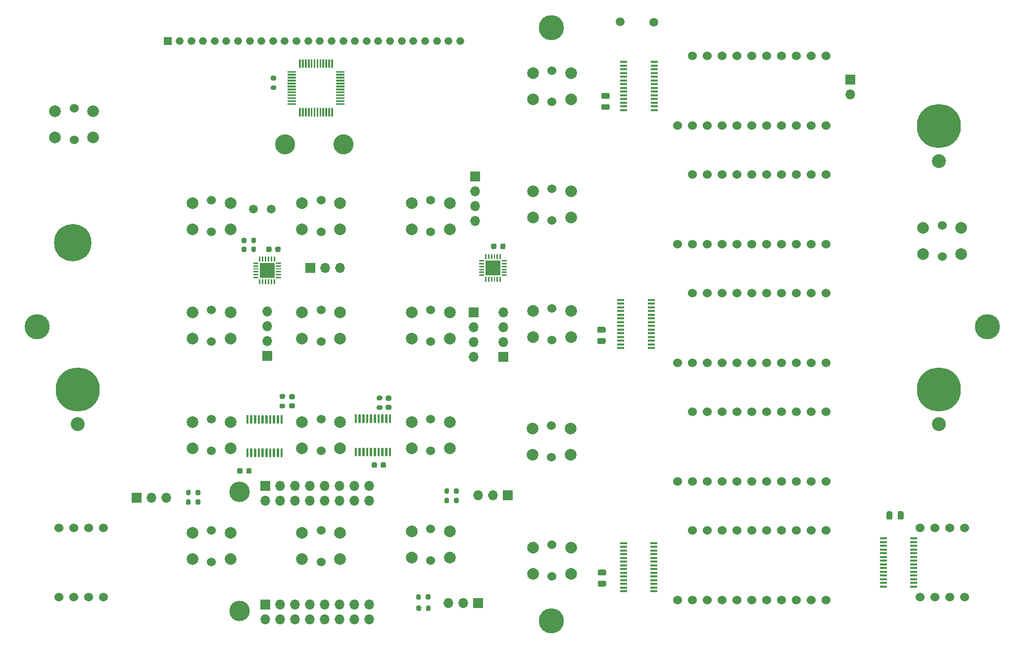
<source format=gbr>
G04 #@! TF.GenerationSoftware,KiCad,Pcbnew,(5.1.9)-1*
G04 #@! TF.CreationDate,2022-08-26T11:24:35-06:00*
G04 #@! TF.ProjectId,ufc_v5_main,7566635f-7635-45f6-9d61-696e2e6b6963,rev?*
G04 #@! TF.SameCoordinates,Original*
G04 #@! TF.FileFunction,Soldermask,Bot*
G04 #@! TF.FilePolarity,Negative*
%FSLAX46Y46*%
G04 Gerber Fmt 4.6, Leading zero omitted, Abs format (unit mm)*
G04 Created by KiCad (PCBNEW (5.1.9)-1) date 2022-08-26 11:24:35*
%MOMM*%
%LPD*%
G01*
G04 APERTURE LIST*
%ADD10C,3.500000*%
%ADD11O,1.700000X1.700000*%
%ADD12R,1.700000X1.700000*%
%ADD13R,2.600000X2.600000*%
%ADD14R,1.200000X0.400000*%
%ADD15C,1.500000*%
%ADD16R,1.337000X1.337000*%
%ADD17C,1.337000*%
%ADD18C,3.435000*%
%ADD19C,1.524000*%
%ADD20C,7.540752*%
%ADD21C,2.381250*%
%ADD22C,6.400000*%
%ADD23C,4.300000*%
%ADD24C,2.000000*%
G04 APERTURE END LIST*
D10*
X125190000Y-173808000D03*
X125190000Y-194208001D03*
D11*
X142300000Y-193118000D03*
X142300000Y-195658000D03*
X144840000Y-195658000D03*
D12*
X129600000Y-193118000D03*
D11*
X129600000Y-195658000D03*
X134680000Y-195658000D03*
X144840000Y-193118000D03*
X132140000Y-193118000D03*
X147380000Y-193118000D03*
X137220000Y-193118000D03*
X132140000Y-195658000D03*
X137220000Y-195658000D03*
X139760000Y-193118000D03*
X139760000Y-195658000D03*
X134680000Y-193118000D03*
X147380000Y-195658000D03*
X142300000Y-172798000D03*
X142300000Y-175338000D03*
X144840000Y-175338000D03*
D12*
X129600000Y-172798000D03*
D11*
X129600000Y-175338000D03*
X134680000Y-175338000D03*
X144840000Y-172798000D03*
X132140000Y-172798000D03*
X147380000Y-172798000D03*
X137220000Y-172798000D03*
X132140000Y-175338000D03*
X137220000Y-175338000D03*
X139760000Y-172798000D03*
X139760000Y-175338000D03*
X134680000Y-172798000D03*
X147380000Y-175338000D03*
G36*
G01*
X144990000Y-166287000D02*
X145190000Y-166287000D01*
G75*
G02*
X145290000Y-166387000I0J-100000D01*
G01*
X145290000Y-167662000D01*
G75*
G02*
X145190000Y-167762000I-100000J0D01*
G01*
X144990000Y-167762000D01*
G75*
G02*
X144890000Y-167662000I0J100000D01*
G01*
X144890000Y-166387000D01*
G75*
G02*
X144990000Y-166287000I100000J0D01*
G01*
G37*
G36*
G01*
X145640000Y-166287000D02*
X145840000Y-166287000D01*
G75*
G02*
X145940000Y-166387000I0J-100000D01*
G01*
X145940000Y-167662000D01*
G75*
G02*
X145840000Y-167762000I-100000J0D01*
G01*
X145640000Y-167762000D01*
G75*
G02*
X145540000Y-167662000I0J100000D01*
G01*
X145540000Y-166387000D01*
G75*
G02*
X145640000Y-166287000I100000J0D01*
G01*
G37*
G36*
G01*
X146290000Y-166287000D02*
X146490000Y-166287000D01*
G75*
G02*
X146590000Y-166387000I0J-100000D01*
G01*
X146590000Y-167662000D01*
G75*
G02*
X146490000Y-167762000I-100000J0D01*
G01*
X146290000Y-167762000D01*
G75*
G02*
X146190000Y-167662000I0J100000D01*
G01*
X146190000Y-166387000D01*
G75*
G02*
X146290000Y-166287000I100000J0D01*
G01*
G37*
G36*
G01*
X146940000Y-166287000D02*
X147140000Y-166287000D01*
G75*
G02*
X147240000Y-166387000I0J-100000D01*
G01*
X147240000Y-167662000D01*
G75*
G02*
X147140000Y-167762000I-100000J0D01*
G01*
X146940000Y-167762000D01*
G75*
G02*
X146840000Y-167662000I0J100000D01*
G01*
X146840000Y-166387000D01*
G75*
G02*
X146940000Y-166287000I100000J0D01*
G01*
G37*
G36*
G01*
X147590000Y-166287000D02*
X147790000Y-166287000D01*
G75*
G02*
X147890000Y-166387000I0J-100000D01*
G01*
X147890000Y-167662000D01*
G75*
G02*
X147790000Y-167762000I-100000J0D01*
G01*
X147590000Y-167762000D01*
G75*
G02*
X147490000Y-167662000I0J100000D01*
G01*
X147490000Y-166387000D01*
G75*
G02*
X147590000Y-166287000I100000J0D01*
G01*
G37*
G36*
G01*
X148240000Y-166287000D02*
X148440000Y-166287000D01*
G75*
G02*
X148540000Y-166387000I0J-100000D01*
G01*
X148540000Y-167662000D01*
G75*
G02*
X148440000Y-167762000I-100000J0D01*
G01*
X148240000Y-167762000D01*
G75*
G02*
X148140000Y-167662000I0J100000D01*
G01*
X148140000Y-166387000D01*
G75*
G02*
X148240000Y-166287000I100000J0D01*
G01*
G37*
G36*
G01*
X148890000Y-166287000D02*
X149090000Y-166287000D01*
G75*
G02*
X149190000Y-166387000I0J-100000D01*
G01*
X149190000Y-167662000D01*
G75*
G02*
X149090000Y-167762000I-100000J0D01*
G01*
X148890000Y-167762000D01*
G75*
G02*
X148790000Y-167662000I0J100000D01*
G01*
X148790000Y-166387000D01*
G75*
G02*
X148890000Y-166287000I100000J0D01*
G01*
G37*
G36*
G01*
X149540000Y-166287000D02*
X149740000Y-166287000D01*
G75*
G02*
X149840000Y-166387000I0J-100000D01*
G01*
X149840000Y-167662000D01*
G75*
G02*
X149740000Y-167762000I-100000J0D01*
G01*
X149540000Y-167762000D01*
G75*
G02*
X149440000Y-167662000I0J100000D01*
G01*
X149440000Y-166387000D01*
G75*
G02*
X149540000Y-166287000I100000J0D01*
G01*
G37*
G36*
G01*
X150190000Y-166287000D02*
X150390000Y-166287000D01*
G75*
G02*
X150490000Y-166387000I0J-100000D01*
G01*
X150490000Y-167662000D01*
G75*
G02*
X150390000Y-167762000I-100000J0D01*
G01*
X150190000Y-167762000D01*
G75*
G02*
X150090000Y-167662000I0J100000D01*
G01*
X150090000Y-166387000D01*
G75*
G02*
X150190000Y-166287000I100000J0D01*
G01*
G37*
G36*
G01*
X150840000Y-166287000D02*
X151040000Y-166287000D01*
G75*
G02*
X151140000Y-166387000I0J-100000D01*
G01*
X151140000Y-167662000D01*
G75*
G02*
X151040000Y-167762000I-100000J0D01*
G01*
X150840000Y-167762000D01*
G75*
G02*
X150740000Y-167662000I0J100000D01*
G01*
X150740000Y-166387000D01*
G75*
G02*
X150840000Y-166287000I100000J0D01*
G01*
G37*
G36*
G01*
X150840000Y-160562000D02*
X151040000Y-160562000D01*
G75*
G02*
X151140000Y-160662000I0J-100000D01*
G01*
X151140000Y-161937000D01*
G75*
G02*
X151040000Y-162037000I-100000J0D01*
G01*
X150840000Y-162037000D01*
G75*
G02*
X150740000Y-161937000I0J100000D01*
G01*
X150740000Y-160662000D01*
G75*
G02*
X150840000Y-160562000I100000J0D01*
G01*
G37*
G36*
G01*
X150190000Y-160562000D02*
X150390000Y-160562000D01*
G75*
G02*
X150490000Y-160662000I0J-100000D01*
G01*
X150490000Y-161937000D01*
G75*
G02*
X150390000Y-162037000I-100000J0D01*
G01*
X150190000Y-162037000D01*
G75*
G02*
X150090000Y-161937000I0J100000D01*
G01*
X150090000Y-160662000D01*
G75*
G02*
X150190000Y-160562000I100000J0D01*
G01*
G37*
G36*
G01*
X149540000Y-160562000D02*
X149740000Y-160562000D01*
G75*
G02*
X149840000Y-160662000I0J-100000D01*
G01*
X149840000Y-161937000D01*
G75*
G02*
X149740000Y-162037000I-100000J0D01*
G01*
X149540000Y-162037000D01*
G75*
G02*
X149440000Y-161937000I0J100000D01*
G01*
X149440000Y-160662000D01*
G75*
G02*
X149540000Y-160562000I100000J0D01*
G01*
G37*
G36*
G01*
X148890000Y-160562000D02*
X149090000Y-160562000D01*
G75*
G02*
X149190000Y-160662000I0J-100000D01*
G01*
X149190000Y-161937000D01*
G75*
G02*
X149090000Y-162037000I-100000J0D01*
G01*
X148890000Y-162037000D01*
G75*
G02*
X148790000Y-161937000I0J100000D01*
G01*
X148790000Y-160662000D01*
G75*
G02*
X148890000Y-160562000I100000J0D01*
G01*
G37*
G36*
G01*
X148240000Y-160562000D02*
X148440000Y-160562000D01*
G75*
G02*
X148540000Y-160662000I0J-100000D01*
G01*
X148540000Y-161937000D01*
G75*
G02*
X148440000Y-162037000I-100000J0D01*
G01*
X148240000Y-162037000D01*
G75*
G02*
X148140000Y-161937000I0J100000D01*
G01*
X148140000Y-160662000D01*
G75*
G02*
X148240000Y-160562000I100000J0D01*
G01*
G37*
G36*
G01*
X147590000Y-160562000D02*
X147790000Y-160562000D01*
G75*
G02*
X147890000Y-160662000I0J-100000D01*
G01*
X147890000Y-161937000D01*
G75*
G02*
X147790000Y-162037000I-100000J0D01*
G01*
X147590000Y-162037000D01*
G75*
G02*
X147490000Y-161937000I0J100000D01*
G01*
X147490000Y-160662000D01*
G75*
G02*
X147590000Y-160562000I100000J0D01*
G01*
G37*
G36*
G01*
X146940000Y-160562000D02*
X147140000Y-160562000D01*
G75*
G02*
X147240000Y-160662000I0J-100000D01*
G01*
X147240000Y-161937000D01*
G75*
G02*
X147140000Y-162037000I-100000J0D01*
G01*
X146940000Y-162037000D01*
G75*
G02*
X146840000Y-161937000I0J100000D01*
G01*
X146840000Y-160662000D01*
G75*
G02*
X146940000Y-160562000I100000J0D01*
G01*
G37*
G36*
G01*
X146290000Y-160562000D02*
X146490000Y-160562000D01*
G75*
G02*
X146590000Y-160662000I0J-100000D01*
G01*
X146590000Y-161937000D01*
G75*
G02*
X146490000Y-162037000I-100000J0D01*
G01*
X146290000Y-162037000D01*
G75*
G02*
X146190000Y-161937000I0J100000D01*
G01*
X146190000Y-160662000D01*
G75*
G02*
X146290000Y-160562000I100000J0D01*
G01*
G37*
G36*
G01*
X145640000Y-160562000D02*
X145840000Y-160562000D01*
G75*
G02*
X145940000Y-160662000I0J-100000D01*
G01*
X145940000Y-161937000D01*
G75*
G02*
X145840000Y-162037000I-100000J0D01*
G01*
X145640000Y-162037000D01*
G75*
G02*
X145540000Y-161937000I0J100000D01*
G01*
X145540000Y-160662000D01*
G75*
G02*
X145640000Y-160562000I100000J0D01*
G01*
G37*
G36*
G01*
X144990000Y-160562000D02*
X145190000Y-160562000D01*
G75*
G02*
X145290000Y-160662000I0J-100000D01*
G01*
X145290000Y-161937000D01*
G75*
G02*
X145190000Y-162037000I-100000J0D01*
G01*
X144990000Y-162037000D01*
G75*
G02*
X144890000Y-161937000I0J100000D01*
G01*
X144890000Y-160662000D01*
G75*
G02*
X144990000Y-160562000I100000J0D01*
G01*
G37*
G36*
G01*
X126448000Y-166414000D02*
X126648000Y-166414000D01*
G75*
G02*
X126748000Y-166514000I0J-100000D01*
G01*
X126748000Y-167789000D01*
G75*
G02*
X126648000Y-167889000I-100000J0D01*
G01*
X126448000Y-167889000D01*
G75*
G02*
X126348000Y-167789000I0J100000D01*
G01*
X126348000Y-166514000D01*
G75*
G02*
X126448000Y-166414000I100000J0D01*
G01*
G37*
G36*
G01*
X127098000Y-166414000D02*
X127298000Y-166414000D01*
G75*
G02*
X127398000Y-166514000I0J-100000D01*
G01*
X127398000Y-167789000D01*
G75*
G02*
X127298000Y-167889000I-100000J0D01*
G01*
X127098000Y-167889000D01*
G75*
G02*
X126998000Y-167789000I0J100000D01*
G01*
X126998000Y-166514000D01*
G75*
G02*
X127098000Y-166414000I100000J0D01*
G01*
G37*
G36*
G01*
X127748000Y-166414000D02*
X127948000Y-166414000D01*
G75*
G02*
X128048000Y-166514000I0J-100000D01*
G01*
X128048000Y-167789000D01*
G75*
G02*
X127948000Y-167889000I-100000J0D01*
G01*
X127748000Y-167889000D01*
G75*
G02*
X127648000Y-167789000I0J100000D01*
G01*
X127648000Y-166514000D01*
G75*
G02*
X127748000Y-166414000I100000J0D01*
G01*
G37*
G36*
G01*
X128398000Y-166414000D02*
X128598000Y-166414000D01*
G75*
G02*
X128698000Y-166514000I0J-100000D01*
G01*
X128698000Y-167789000D01*
G75*
G02*
X128598000Y-167889000I-100000J0D01*
G01*
X128398000Y-167889000D01*
G75*
G02*
X128298000Y-167789000I0J100000D01*
G01*
X128298000Y-166514000D01*
G75*
G02*
X128398000Y-166414000I100000J0D01*
G01*
G37*
G36*
G01*
X129048000Y-166414000D02*
X129248000Y-166414000D01*
G75*
G02*
X129348000Y-166514000I0J-100000D01*
G01*
X129348000Y-167789000D01*
G75*
G02*
X129248000Y-167889000I-100000J0D01*
G01*
X129048000Y-167889000D01*
G75*
G02*
X128948000Y-167789000I0J100000D01*
G01*
X128948000Y-166514000D01*
G75*
G02*
X129048000Y-166414000I100000J0D01*
G01*
G37*
G36*
G01*
X129698000Y-166414000D02*
X129898000Y-166414000D01*
G75*
G02*
X129998000Y-166514000I0J-100000D01*
G01*
X129998000Y-167789000D01*
G75*
G02*
X129898000Y-167889000I-100000J0D01*
G01*
X129698000Y-167889000D01*
G75*
G02*
X129598000Y-167789000I0J100000D01*
G01*
X129598000Y-166514000D01*
G75*
G02*
X129698000Y-166414000I100000J0D01*
G01*
G37*
G36*
G01*
X130348000Y-166414000D02*
X130548000Y-166414000D01*
G75*
G02*
X130648000Y-166514000I0J-100000D01*
G01*
X130648000Y-167789000D01*
G75*
G02*
X130548000Y-167889000I-100000J0D01*
G01*
X130348000Y-167889000D01*
G75*
G02*
X130248000Y-167789000I0J100000D01*
G01*
X130248000Y-166514000D01*
G75*
G02*
X130348000Y-166414000I100000J0D01*
G01*
G37*
G36*
G01*
X130998000Y-166414000D02*
X131198000Y-166414000D01*
G75*
G02*
X131298000Y-166514000I0J-100000D01*
G01*
X131298000Y-167789000D01*
G75*
G02*
X131198000Y-167889000I-100000J0D01*
G01*
X130998000Y-167889000D01*
G75*
G02*
X130898000Y-167789000I0J100000D01*
G01*
X130898000Y-166514000D01*
G75*
G02*
X130998000Y-166414000I100000J0D01*
G01*
G37*
G36*
G01*
X131648000Y-166414000D02*
X131848000Y-166414000D01*
G75*
G02*
X131948000Y-166514000I0J-100000D01*
G01*
X131948000Y-167789000D01*
G75*
G02*
X131848000Y-167889000I-100000J0D01*
G01*
X131648000Y-167889000D01*
G75*
G02*
X131548000Y-167789000I0J100000D01*
G01*
X131548000Y-166514000D01*
G75*
G02*
X131648000Y-166414000I100000J0D01*
G01*
G37*
G36*
G01*
X132298000Y-166414000D02*
X132498000Y-166414000D01*
G75*
G02*
X132598000Y-166514000I0J-100000D01*
G01*
X132598000Y-167789000D01*
G75*
G02*
X132498000Y-167889000I-100000J0D01*
G01*
X132298000Y-167889000D01*
G75*
G02*
X132198000Y-167789000I0J100000D01*
G01*
X132198000Y-166514000D01*
G75*
G02*
X132298000Y-166414000I100000J0D01*
G01*
G37*
G36*
G01*
X132298000Y-160689000D02*
X132498000Y-160689000D01*
G75*
G02*
X132598000Y-160789000I0J-100000D01*
G01*
X132598000Y-162064000D01*
G75*
G02*
X132498000Y-162164000I-100000J0D01*
G01*
X132298000Y-162164000D01*
G75*
G02*
X132198000Y-162064000I0J100000D01*
G01*
X132198000Y-160789000D01*
G75*
G02*
X132298000Y-160689000I100000J0D01*
G01*
G37*
G36*
G01*
X131648000Y-160689000D02*
X131848000Y-160689000D01*
G75*
G02*
X131948000Y-160789000I0J-100000D01*
G01*
X131948000Y-162064000D01*
G75*
G02*
X131848000Y-162164000I-100000J0D01*
G01*
X131648000Y-162164000D01*
G75*
G02*
X131548000Y-162064000I0J100000D01*
G01*
X131548000Y-160789000D01*
G75*
G02*
X131648000Y-160689000I100000J0D01*
G01*
G37*
G36*
G01*
X130998000Y-160689000D02*
X131198000Y-160689000D01*
G75*
G02*
X131298000Y-160789000I0J-100000D01*
G01*
X131298000Y-162064000D01*
G75*
G02*
X131198000Y-162164000I-100000J0D01*
G01*
X130998000Y-162164000D01*
G75*
G02*
X130898000Y-162064000I0J100000D01*
G01*
X130898000Y-160789000D01*
G75*
G02*
X130998000Y-160689000I100000J0D01*
G01*
G37*
G36*
G01*
X130348000Y-160689000D02*
X130548000Y-160689000D01*
G75*
G02*
X130648000Y-160789000I0J-100000D01*
G01*
X130648000Y-162064000D01*
G75*
G02*
X130548000Y-162164000I-100000J0D01*
G01*
X130348000Y-162164000D01*
G75*
G02*
X130248000Y-162064000I0J100000D01*
G01*
X130248000Y-160789000D01*
G75*
G02*
X130348000Y-160689000I100000J0D01*
G01*
G37*
G36*
G01*
X129698000Y-160689000D02*
X129898000Y-160689000D01*
G75*
G02*
X129998000Y-160789000I0J-100000D01*
G01*
X129998000Y-162064000D01*
G75*
G02*
X129898000Y-162164000I-100000J0D01*
G01*
X129698000Y-162164000D01*
G75*
G02*
X129598000Y-162064000I0J100000D01*
G01*
X129598000Y-160789000D01*
G75*
G02*
X129698000Y-160689000I100000J0D01*
G01*
G37*
G36*
G01*
X129048000Y-160689000D02*
X129248000Y-160689000D01*
G75*
G02*
X129348000Y-160789000I0J-100000D01*
G01*
X129348000Y-162064000D01*
G75*
G02*
X129248000Y-162164000I-100000J0D01*
G01*
X129048000Y-162164000D01*
G75*
G02*
X128948000Y-162064000I0J100000D01*
G01*
X128948000Y-160789000D01*
G75*
G02*
X129048000Y-160689000I100000J0D01*
G01*
G37*
G36*
G01*
X128398000Y-160689000D02*
X128598000Y-160689000D01*
G75*
G02*
X128698000Y-160789000I0J-100000D01*
G01*
X128698000Y-162064000D01*
G75*
G02*
X128598000Y-162164000I-100000J0D01*
G01*
X128398000Y-162164000D01*
G75*
G02*
X128298000Y-162064000I0J100000D01*
G01*
X128298000Y-160789000D01*
G75*
G02*
X128398000Y-160689000I100000J0D01*
G01*
G37*
G36*
G01*
X127748000Y-160689000D02*
X127948000Y-160689000D01*
G75*
G02*
X128048000Y-160789000I0J-100000D01*
G01*
X128048000Y-162064000D01*
G75*
G02*
X127948000Y-162164000I-100000J0D01*
G01*
X127748000Y-162164000D01*
G75*
G02*
X127648000Y-162064000I0J100000D01*
G01*
X127648000Y-160789000D01*
G75*
G02*
X127748000Y-160689000I100000J0D01*
G01*
G37*
G36*
G01*
X127098000Y-160689000D02*
X127298000Y-160689000D01*
G75*
G02*
X127398000Y-160789000I0J-100000D01*
G01*
X127398000Y-162064000D01*
G75*
G02*
X127298000Y-162164000I-100000J0D01*
G01*
X127098000Y-162164000D01*
G75*
G02*
X126998000Y-162064000I0J100000D01*
G01*
X126998000Y-160789000D01*
G75*
G02*
X127098000Y-160689000I100000J0D01*
G01*
G37*
G36*
G01*
X126448000Y-160689000D02*
X126648000Y-160689000D01*
G75*
G02*
X126748000Y-160789000I0J-100000D01*
G01*
X126748000Y-162064000D01*
G75*
G02*
X126648000Y-162164000I-100000J0D01*
G01*
X126448000Y-162164000D01*
G75*
G02*
X126348000Y-162064000I0J100000D01*
G01*
X126348000Y-160789000D01*
G75*
G02*
X126448000Y-160689000I100000J0D01*
G01*
G37*
D13*
X168556000Y-135485000D03*
G36*
G01*
X169931000Y-133172500D02*
X169931000Y-133922500D01*
G75*
G02*
X169868500Y-133985000I-62500J0D01*
G01*
X169743500Y-133985000D01*
G75*
G02*
X169681000Y-133922500I0J62500D01*
G01*
X169681000Y-133172500D01*
G75*
G02*
X169743500Y-133110000I62500J0D01*
G01*
X169868500Y-133110000D01*
G75*
G02*
X169931000Y-133172500I0J-62500D01*
G01*
G37*
G36*
G01*
X169431000Y-133172500D02*
X169431000Y-133922500D01*
G75*
G02*
X169368500Y-133985000I-62500J0D01*
G01*
X169243500Y-133985000D01*
G75*
G02*
X169181000Y-133922500I0J62500D01*
G01*
X169181000Y-133172500D01*
G75*
G02*
X169243500Y-133110000I62500J0D01*
G01*
X169368500Y-133110000D01*
G75*
G02*
X169431000Y-133172500I0J-62500D01*
G01*
G37*
G36*
G01*
X168931000Y-133172500D02*
X168931000Y-133922500D01*
G75*
G02*
X168868500Y-133985000I-62500J0D01*
G01*
X168743500Y-133985000D01*
G75*
G02*
X168681000Y-133922500I0J62500D01*
G01*
X168681000Y-133172500D01*
G75*
G02*
X168743500Y-133110000I62500J0D01*
G01*
X168868500Y-133110000D01*
G75*
G02*
X168931000Y-133172500I0J-62500D01*
G01*
G37*
G36*
G01*
X168431000Y-133172500D02*
X168431000Y-133922500D01*
G75*
G02*
X168368500Y-133985000I-62500J0D01*
G01*
X168243500Y-133985000D01*
G75*
G02*
X168181000Y-133922500I0J62500D01*
G01*
X168181000Y-133172500D01*
G75*
G02*
X168243500Y-133110000I62500J0D01*
G01*
X168368500Y-133110000D01*
G75*
G02*
X168431000Y-133172500I0J-62500D01*
G01*
G37*
G36*
G01*
X167931000Y-133172500D02*
X167931000Y-133922500D01*
G75*
G02*
X167868500Y-133985000I-62500J0D01*
G01*
X167743500Y-133985000D01*
G75*
G02*
X167681000Y-133922500I0J62500D01*
G01*
X167681000Y-133172500D01*
G75*
G02*
X167743500Y-133110000I62500J0D01*
G01*
X167868500Y-133110000D01*
G75*
G02*
X167931000Y-133172500I0J-62500D01*
G01*
G37*
G36*
G01*
X167431000Y-133172500D02*
X167431000Y-133922500D01*
G75*
G02*
X167368500Y-133985000I-62500J0D01*
G01*
X167243500Y-133985000D01*
G75*
G02*
X167181000Y-133922500I0J62500D01*
G01*
X167181000Y-133172500D01*
G75*
G02*
X167243500Y-133110000I62500J0D01*
G01*
X167368500Y-133110000D01*
G75*
G02*
X167431000Y-133172500I0J-62500D01*
G01*
G37*
G36*
G01*
X167056000Y-134172500D02*
X167056000Y-134297500D01*
G75*
G02*
X166993500Y-134360000I-62500J0D01*
G01*
X166243500Y-134360000D01*
G75*
G02*
X166181000Y-134297500I0J62500D01*
G01*
X166181000Y-134172500D01*
G75*
G02*
X166243500Y-134110000I62500J0D01*
G01*
X166993500Y-134110000D01*
G75*
G02*
X167056000Y-134172500I0J-62500D01*
G01*
G37*
G36*
G01*
X167056000Y-134672500D02*
X167056000Y-134797500D01*
G75*
G02*
X166993500Y-134860000I-62500J0D01*
G01*
X166243500Y-134860000D01*
G75*
G02*
X166181000Y-134797500I0J62500D01*
G01*
X166181000Y-134672500D01*
G75*
G02*
X166243500Y-134610000I62500J0D01*
G01*
X166993500Y-134610000D01*
G75*
G02*
X167056000Y-134672500I0J-62500D01*
G01*
G37*
G36*
G01*
X167056000Y-135172500D02*
X167056000Y-135297500D01*
G75*
G02*
X166993500Y-135360000I-62500J0D01*
G01*
X166243500Y-135360000D01*
G75*
G02*
X166181000Y-135297500I0J62500D01*
G01*
X166181000Y-135172500D01*
G75*
G02*
X166243500Y-135110000I62500J0D01*
G01*
X166993500Y-135110000D01*
G75*
G02*
X167056000Y-135172500I0J-62500D01*
G01*
G37*
G36*
G01*
X167056000Y-135672500D02*
X167056000Y-135797500D01*
G75*
G02*
X166993500Y-135860000I-62500J0D01*
G01*
X166243500Y-135860000D01*
G75*
G02*
X166181000Y-135797500I0J62500D01*
G01*
X166181000Y-135672500D01*
G75*
G02*
X166243500Y-135610000I62500J0D01*
G01*
X166993500Y-135610000D01*
G75*
G02*
X167056000Y-135672500I0J-62500D01*
G01*
G37*
G36*
G01*
X167056000Y-136172500D02*
X167056000Y-136297500D01*
G75*
G02*
X166993500Y-136360000I-62500J0D01*
G01*
X166243500Y-136360000D01*
G75*
G02*
X166181000Y-136297500I0J62500D01*
G01*
X166181000Y-136172500D01*
G75*
G02*
X166243500Y-136110000I62500J0D01*
G01*
X166993500Y-136110000D01*
G75*
G02*
X167056000Y-136172500I0J-62500D01*
G01*
G37*
G36*
G01*
X167056000Y-136672500D02*
X167056000Y-136797500D01*
G75*
G02*
X166993500Y-136860000I-62500J0D01*
G01*
X166243500Y-136860000D01*
G75*
G02*
X166181000Y-136797500I0J62500D01*
G01*
X166181000Y-136672500D01*
G75*
G02*
X166243500Y-136610000I62500J0D01*
G01*
X166993500Y-136610000D01*
G75*
G02*
X167056000Y-136672500I0J-62500D01*
G01*
G37*
G36*
G01*
X167431000Y-137047500D02*
X167431000Y-137797500D01*
G75*
G02*
X167368500Y-137860000I-62500J0D01*
G01*
X167243500Y-137860000D01*
G75*
G02*
X167181000Y-137797500I0J62500D01*
G01*
X167181000Y-137047500D01*
G75*
G02*
X167243500Y-136985000I62500J0D01*
G01*
X167368500Y-136985000D01*
G75*
G02*
X167431000Y-137047500I0J-62500D01*
G01*
G37*
G36*
G01*
X167931000Y-137047500D02*
X167931000Y-137797500D01*
G75*
G02*
X167868500Y-137860000I-62500J0D01*
G01*
X167743500Y-137860000D01*
G75*
G02*
X167681000Y-137797500I0J62500D01*
G01*
X167681000Y-137047500D01*
G75*
G02*
X167743500Y-136985000I62500J0D01*
G01*
X167868500Y-136985000D01*
G75*
G02*
X167931000Y-137047500I0J-62500D01*
G01*
G37*
G36*
G01*
X168431000Y-137047500D02*
X168431000Y-137797500D01*
G75*
G02*
X168368500Y-137860000I-62500J0D01*
G01*
X168243500Y-137860000D01*
G75*
G02*
X168181000Y-137797500I0J62500D01*
G01*
X168181000Y-137047500D01*
G75*
G02*
X168243500Y-136985000I62500J0D01*
G01*
X168368500Y-136985000D01*
G75*
G02*
X168431000Y-137047500I0J-62500D01*
G01*
G37*
G36*
G01*
X168931000Y-137047500D02*
X168931000Y-137797500D01*
G75*
G02*
X168868500Y-137860000I-62500J0D01*
G01*
X168743500Y-137860000D01*
G75*
G02*
X168681000Y-137797500I0J62500D01*
G01*
X168681000Y-137047500D01*
G75*
G02*
X168743500Y-136985000I62500J0D01*
G01*
X168868500Y-136985000D01*
G75*
G02*
X168931000Y-137047500I0J-62500D01*
G01*
G37*
G36*
G01*
X169431000Y-137047500D02*
X169431000Y-137797500D01*
G75*
G02*
X169368500Y-137860000I-62500J0D01*
G01*
X169243500Y-137860000D01*
G75*
G02*
X169181000Y-137797500I0J62500D01*
G01*
X169181000Y-137047500D01*
G75*
G02*
X169243500Y-136985000I62500J0D01*
G01*
X169368500Y-136985000D01*
G75*
G02*
X169431000Y-137047500I0J-62500D01*
G01*
G37*
G36*
G01*
X169931000Y-137047500D02*
X169931000Y-137797500D01*
G75*
G02*
X169868500Y-137860000I-62500J0D01*
G01*
X169743500Y-137860000D01*
G75*
G02*
X169681000Y-137797500I0J62500D01*
G01*
X169681000Y-137047500D01*
G75*
G02*
X169743500Y-136985000I62500J0D01*
G01*
X169868500Y-136985000D01*
G75*
G02*
X169931000Y-137047500I0J-62500D01*
G01*
G37*
G36*
G01*
X170931000Y-136672500D02*
X170931000Y-136797500D01*
G75*
G02*
X170868500Y-136860000I-62500J0D01*
G01*
X170118500Y-136860000D01*
G75*
G02*
X170056000Y-136797500I0J62500D01*
G01*
X170056000Y-136672500D01*
G75*
G02*
X170118500Y-136610000I62500J0D01*
G01*
X170868500Y-136610000D01*
G75*
G02*
X170931000Y-136672500I0J-62500D01*
G01*
G37*
G36*
G01*
X170931000Y-136172500D02*
X170931000Y-136297500D01*
G75*
G02*
X170868500Y-136360000I-62500J0D01*
G01*
X170118500Y-136360000D01*
G75*
G02*
X170056000Y-136297500I0J62500D01*
G01*
X170056000Y-136172500D01*
G75*
G02*
X170118500Y-136110000I62500J0D01*
G01*
X170868500Y-136110000D01*
G75*
G02*
X170931000Y-136172500I0J-62500D01*
G01*
G37*
G36*
G01*
X170931000Y-135672500D02*
X170931000Y-135797500D01*
G75*
G02*
X170868500Y-135860000I-62500J0D01*
G01*
X170118500Y-135860000D01*
G75*
G02*
X170056000Y-135797500I0J62500D01*
G01*
X170056000Y-135672500D01*
G75*
G02*
X170118500Y-135610000I62500J0D01*
G01*
X170868500Y-135610000D01*
G75*
G02*
X170931000Y-135672500I0J-62500D01*
G01*
G37*
G36*
G01*
X170931000Y-135172500D02*
X170931000Y-135297500D01*
G75*
G02*
X170868500Y-135360000I-62500J0D01*
G01*
X170118500Y-135360000D01*
G75*
G02*
X170056000Y-135297500I0J62500D01*
G01*
X170056000Y-135172500D01*
G75*
G02*
X170118500Y-135110000I62500J0D01*
G01*
X170868500Y-135110000D01*
G75*
G02*
X170931000Y-135172500I0J-62500D01*
G01*
G37*
G36*
G01*
X170931000Y-134672500D02*
X170931000Y-134797500D01*
G75*
G02*
X170868500Y-134860000I-62500J0D01*
G01*
X170118500Y-134860000D01*
G75*
G02*
X170056000Y-134797500I0J62500D01*
G01*
X170056000Y-134672500D01*
G75*
G02*
X170118500Y-134610000I62500J0D01*
G01*
X170868500Y-134610000D01*
G75*
G02*
X170931000Y-134672500I0J-62500D01*
G01*
G37*
G36*
G01*
X170931000Y-134172500D02*
X170931000Y-134297500D01*
G75*
G02*
X170868500Y-134360000I-62500J0D01*
G01*
X170118500Y-134360000D01*
G75*
G02*
X170056000Y-134297500I0J62500D01*
G01*
X170056000Y-134172500D01*
G75*
G02*
X170118500Y-134110000I62500J0D01*
G01*
X170868500Y-134110000D01*
G75*
G02*
X170931000Y-134172500I0J-62500D01*
G01*
G37*
X129917000Y-135897000D03*
G36*
G01*
X131292000Y-133584500D02*
X131292000Y-134334500D01*
G75*
G02*
X131229500Y-134397000I-62500J0D01*
G01*
X131104500Y-134397000D01*
G75*
G02*
X131042000Y-134334500I0J62500D01*
G01*
X131042000Y-133584500D01*
G75*
G02*
X131104500Y-133522000I62500J0D01*
G01*
X131229500Y-133522000D01*
G75*
G02*
X131292000Y-133584500I0J-62500D01*
G01*
G37*
G36*
G01*
X130792000Y-133584500D02*
X130792000Y-134334500D01*
G75*
G02*
X130729500Y-134397000I-62500J0D01*
G01*
X130604500Y-134397000D01*
G75*
G02*
X130542000Y-134334500I0J62500D01*
G01*
X130542000Y-133584500D01*
G75*
G02*
X130604500Y-133522000I62500J0D01*
G01*
X130729500Y-133522000D01*
G75*
G02*
X130792000Y-133584500I0J-62500D01*
G01*
G37*
G36*
G01*
X130292000Y-133584500D02*
X130292000Y-134334500D01*
G75*
G02*
X130229500Y-134397000I-62500J0D01*
G01*
X130104500Y-134397000D01*
G75*
G02*
X130042000Y-134334500I0J62500D01*
G01*
X130042000Y-133584500D01*
G75*
G02*
X130104500Y-133522000I62500J0D01*
G01*
X130229500Y-133522000D01*
G75*
G02*
X130292000Y-133584500I0J-62500D01*
G01*
G37*
G36*
G01*
X129792000Y-133584500D02*
X129792000Y-134334500D01*
G75*
G02*
X129729500Y-134397000I-62500J0D01*
G01*
X129604500Y-134397000D01*
G75*
G02*
X129542000Y-134334500I0J62500D01*
G01*
X129542000Y-133584500D01*
G75*
G02*
X129604500Y-133522000I62500J0D01*
G01*
X129729500Y-133522000D01*
G75*
G02*
X129792000Y-133584500I0J-62500D01*
G01*
G37*
G36*
G01*
X129292000Y-133584500D02*
X129292000Y-134334500D01*
G75*
G02*
X129229500Y-134397000I-62500J0D01*
G01*
X129104500Y-134397000D01*
G75*
G02*
X129042000Y-134334500I0J62500D01*
G01*
X129042000Y-133584500D01*
G75*
G02*
X129104500Y-133522000I62500J0D01*
G01*
X129229500Y-133522000D01*
G75*
G02*
X129292000Y-133584500I0J-62500D01*
G01*
G37*
G36*
G01*
X128792000Y-133584500D02*
X128792000Y-134334500D01*
G75*
G02*
X128729500Y-134397000I-62500J0D01*
G01*
X128604500Y-134397000D01*
G75*
G02*
X128542000Y-134334500I0J62500D01*
G01*
X128542000Y-133584500D01*
G75*
G02*
X128604500Y-133522000I62500J0D01*
G01*
X128729500Y-133522000D01*
G75*
G02*
X128792000Y-133584500I0J-62500D01*
G01*
G37*
G36*
G01*
X128417000Y-134584500D02*
X128417000Y-134709500D01*
G75*
G02*
X128354500Y-134772000I-62500J0D01*
G01*
X127604500Y-134772000D01*
G75*
G02*
X127542000Y-134709500I0J62500D01*
G01*
X127542000Y-134584500D01*
G75*
G02*
X127604500Y-134522000I62500J0D01*
G01*
X128354500Y-134522000D01*
G75*
G02*
X128417000Y-134584500I0J-62500D01*
G01*
G37*
G36*
G01*
X128417000Y-135084500D02*
X128417000Y-135209500D01*
G75*
G02*
X128354500Y-135272000I-62500J0D01*
G01*
X127604500Y-135272000D01*
G75*
G02*
X127542000Y-135209500I0J62500D01*
G01*
X127542000Y-135084500D01*
G75*
G02*
X127604500Y-135022000I62500J0D01*
G01*
X128354500Y-135022000D01*
G75*
G02*
X128417000Y-135084500I0J-62500D01*
G01*
G37*
G36*
G01*
X128417000Y-135584500D02*
X128417000Y-135709500D01*
G75*
G02*
X128354500Y-135772000I-62500J0D01*
G01*
X127604500Y-135772000D01*
G75*
G02*
X127542000Y-135709500I0J62500D01*
G01*
X127542000Y-135584500D01*
G75*
G02*
X127604500Y-135522000I62500J0D01*
G01*
X128354500Y-135522000D01*
G75*
G02*
X128417000Y-135584500I0J-62500D01*
G01*
G37*
G36*
G01*
X128417000Y-136084500D02*
X128417000Y-136209500D01*
G75*
G02*
X128354500Y-136272000I-62500J0D01*
G01*
X127604500Y-136272000D01*
G75*
G02*
X127542000Y-136209500I0J62500D01*
G01*
X127542000Y-136084500D01*
G75*
G02*
X127604500Y-136022000I62500J0D01*
G01*
X128354500Y-136022000D01*
G75*
G02*
X128417000Y-136084500I0J-62500D01*
G01*
G37*
G36*
G01*
X128417000Y-136584500D02*
X128417000Y-136709500D01*
G75*
G02*
X128354500Y-136772000I-62500J0D01*
G01*
X127604500Y-136772000D01*
G75*
G02*
X127542000Y-136709500I0J62500D01*
G01*
X127542000Y-136584500D01*
G75*
G02*
X127604500Y-136522000I62500J0D01*
G01*
X128354500Y-136522000D01*
G75*
G02*
X128417000Y-136584500I0J-62500D01*
G01*
G37*
G36*
G01*
X128417000Y-137084500D02*
X128417000Y-137209500D01*
G75*
G02*
X128354500Y-137272000I-62500J0D01*
G01*
X127604500Y-137272000D01*
G75*
G02*
X127542000Y-137209500I0J62500D01*
G01*
X127542000Y-137084500D01*
G75*
G02*
X127604500Y-137022000I62500J0D01*
G01*
X128354500Y-137022000D01*
G75*
G02*
X128417000Y-137084500I0J-62500D01*
G01*
G37*
G36*
G01*
X128792000Y-137459500D02*
X128792000Y-138209500D01*
G75*
G02*
X128729500Y-138272000I-62500J0D01*
G01*
X128604500Y-138272000D01*
G75*
G02*
X128542000Y-138209500I0J62500D01*
G01*
X128542000Y-137459500D01*
G75*
G02*
X128604500Y-137397000I62500J0D01*
G01*
X128729500Y-137397000D01*
G75*
G02*
X128792000Y-137459500I0J-62500D01*
G01*
G37*
G36*
G01*
X129292000Y-137459500D02*
X129292000Y-138209500D01*
G75*
G02*
X129229500Y-138272000I-62500J0D01*
G01*
X129104500Y-138272000D01*
G75*
G02*
X129042000Y-138209500I0J62500D01*
G01*
X129042000Y-137459500D01*
G75*
G02*
X129104500Y-137397000I62500J0D01*
G01*
X129229500Y-137397000D01*
G75*
G02*
X129292000Y-137459500I0J-62500D01*
G01*
G37*
G36*
G01*
X129792000Y-137459500D02*
X129792000Y-138209500D01*
G75*
G02*
X129729500Y-138272000I-62500J0D01*
G01*
X129604500Y-138272000D01*
G75*
G02*
X129542000Y-138209500I0J62500D01*
G01*
X129542000Y-137459500D01*
G75*
G02*
X129604500Y-137397000I62500J0D01*
G01*
X129729500Y-137397000D01*
G75*
G02*
X129792000Y-137459500I0J-62500D01*
G01*
G37*
G36*
G01*
X130292000Y-137459500D02*
X130292000Y-138209500D01*
G75*
G02*
X130229500Y-138272000I-62500J0D01*
G01*
X130104500Y-138272000D01*
G75*
G02*
X130042000Y-138209500I0J62500D01*
G01*
X130042000Y-137459500D01*
G75*
G02*
X130104500Y-137397000I62500J0D01*
G01*
X130229500Y-137397000D01*
G75*
G02*
X130292000Y-137459500I0J-62500D01*
G01*
G37*
G36*
G01*
X130792000Y-137459500D02*
X130792000Y-138209500D01*
G75*
G02*
X130729500Y-138272000I-62500J0D01*
G01*
X130604500Y-138272000D01*
G75*
G02*
X130542000Y-138209500I0J62500D01*
G01*
X130542000Y-137459500D01*
G75*
G02*
X130604500Y-137397000I62500J0D01*
G01*
X130729500Y-137397000D01*
G75*
G02*
X130792000Y-137459500I0J-62500D01*
G01*
G37*
G36*
G01*
X131292000Y-137459500D02*
X131292000Y-138209500D01*
G75*
G02*
X131229500Y-138272000I-62500J0D01*
G01*
X131104500Y-138272000D01*
G75*
G02*
X131042000Y-138209500I0J62500D01*
G01*
X131042000Y-137459500D01*
G75*
G02*
X131104500Y-137397000I62500J0D01*
G01*
X131229500Y-137397000D01*
G75*
G02*
X131292000Y-137459500I0J-62500D01*
G01*
G37*
G36*
G01*
X132292000Y-137084500D02*
X132292000Y-137209500D01*
G75*
G02*
X132229500Y-137272000I-62500J0D01*
G01*
X131479500Y-137272000D01*
G75*
G02*
X131417000Y-137209500I0J62500D01*
G01*
X131417000Y-137084500D01*
G75*
G02*
X131479500Y-137022000I62500J0D01*
G01*
X132229500Y-137022000D01*
G75*
G02*
X132292000Y-137084500I0J-62500D01*
G01*
G37*
G36*
G01*
X132292000Y-136584500D02*
X132292000Y-136709500D01*
G75*
G02*
X132229500Y-136772000I-62500J0D01*
G01*
X131479500Y-136772000D01*
G75*
G02*
X131417000Y-136709500I0J62500D01*
G01*
X131417000Y-136584500D01*
G75*
G02*
X131479500Y-136522000I62500J0D01*
G01*
X132229500Y-136522000D01*
G75*
G02*
X132292000Y-136584500I0J-62500D01*
G01*
G37*
G36*
G01*
X132292000Y-136084500D02*
X132292000Y-136209500D01*
G75*
G02*
X132229500Y-136272000I-62500J0D01*
G01*
X131479500Y-136272000D01*
G75*
G02*
X131417000Y-136209500I0J62500D01*
G01*
X131417000Y-136084500D01*
G75*
G02*
X131479500Y-136022000I62500J0D01*
G01*
X132229500Y-136022000D01*
G75*
G02*
X132292000Y-136084500I0J-62500D01*
G01*
G37*
G36*
G01*
X132292000Y-135584500D02*
X132292000Y-135709500D01*
G75*
G02*
X132229500Y-135772000I-62500J0D01*
G01*
X131479500Y-135772000D01*
G75*
G02*
X131417000Y-135709500I0J62500D01*
G01*
X131417000Y-135584500D01*
G75*
G02*
X131479500Y-135522000I62500J0D01*
G01*
X132229500Y-135522000D01*
G75*
G02*
X132292000Y-135584500I0J-62500D01*
G01*
G37*
G36*
G01*
X132292000Y-135084500D02*
X132292000Y-135209500D01*
G75*
G02*
X132229500Y-135272000I-62500J0D01*
G01*
X131479500Y-135272000D01*
G75*
G02*
X131417000Y-135209500I0J62500D01*
G01*
X131417000Y-135084500D01*
G75*
G02*
X131479500Y-135022000I62500J0D01*
G01*
X132229500Y-135022000D01*
G75*
G02*
X132292000Y-135084500I0J-62500D01*
G01*
G37*
G36*
G01*
X132292000Y-134584500D02*
X132292000Y-134709500D01*
G75*
G02*
X132229500Y-134772000I-62500J0D01*
G01*
X131479500Y-134772000D01*
G75*
G02*
X131417000Y-134709500I0J62500D01*
G01*
X131417000Y-134584500D01*
G75*
G02*
X131479500Y-134522000I62500J0D01*
G01*
X132229500Y-134522000D01*
G75*
G02*
X132292000Y-134584500I0J-62500D01*
G01*
G37*
D14*
X240546000Y-190062500D03*
X240546000Y-189427500D03*
X240546000Y-188792500D03*
X240546000Y-188157500D03*
X240546000Y-187522500D03*
X240546000Y-186887500D03*
X240546000Y-186252500D03*
X240546000Y-185617500D03*
X240546000Y-184982500D03*
X240546000Y-184347500D03*
X240546000Y-183712500D03*
X240546000Y-183077500D03*
X240546000Y-182442500D03*
X240546000Y-181807500D03*
X235346000Y-181807500D03*
X235346000Y-182442500D03*
X235346000Y-183077500D03*
X235346000Y-183712500D03*
X235346000Y-184347500D03*
X235346000Y-184982500D03*
X235346000Y-185617500D03*
X235346000Y-186252500D03*
X235346000Y-186887500D03*
X235346000Y-187522500D03*
X235346000Y-188157500D03*
X235346000Y-188792500D03*
X235346000Y-189427500D03*
X235346000Y-190062500D03*
X190891000Y-182620500D03*
X190891000Y-183255500D03*
X190891000Y-183890500D03*
X190891000Y-184525500D03*
X190891000Y-185160500D03*
X190891000Y-185795500D03*
X190891000Y-186430500D03*
X190891000Y-187065500D03*
X190891000Y-187700500D03*
X190891000Y-188335500D03*
X190891000Y-188970500D03*
X190891000Y-189605500D03*
X190891000Y-190240500D03*
X190891000Y-190875500D03*
X196091000Y-190875500D03*
X196091000Y-190240500D03*
X196091000Y-189605500D03*
X196091000Y-188970500D03*
X196091000Y-188335500D03*
X196091000Y-187700500D03*
X196091000Y-187065500D03*
X196091000Y-186430500D03*
X196091000Y-185795500D03*
X196091000Y-185160500D03*
X196091000Y-184525500D03*
X196091000Y-183890500D03*
X196091000Y-183255500D03*
X196091000Y-182620500D03*
X190418000Y-140954500D03*
X190418000Y-141589500D03*
X190418000Y-142224500D03*
X190418000Y-142859500D03*
X190418000Y-143494500D03*
X190418000Y-144129500D03*
X190418000Y-144764500D03*
X190418000Y-145399500D03*
X190418000Y-146034500D03*
X190418000Y-146669500D03*
X190418000Y-147304500D03*
X190418000Y-147939500D03*
X190418000Y-148574500D03*
X190418000Y-149209500D03*
X195618000Y-149209500D03*
X195618000Y-148574500D03*
X195618000Y-147939500D03*
X195618000Y-147304500D03*
X195618000Y-146669500D03*
X195618000Y-146034500D03*
X195618000Y-145399500D03*
X195618000Y-144764500D03*
X195618000Y-144129500D03*
X195618000Y-143494500D03*
X195618000Y-142859500D03*
X195618000Y-142224500D03*
X195618000Y-141589500D03*
X195618000Y-140954500D03*
X190939000Y-100192500D03*
X190939000Y-100827500D03*
X190939000Y-101462500D03*
X190939000Y-102097500D03*
X190939000Y-102732500D03*
X190939000Y-103367500D03*
X190939000Y-104002500D03*
X190939000Y-104637500D03*
X190939000Y-105272500D03*
X190939000Y-105907500D03*
X190939000Y-106542500D03*
X190939000Y-107177500D03*
X190939000Y-107812500D03*
X190939000Y-108447500D03*
X196139000Y-108447500D03*
X196139000Y-107812500D03*
X196139000Y-107177500D03*
X196139000Y-106542500D03*
X196139000Y-105907500D03*
X196139000Y-105272500D03*
X196139000Y-104637500D03*
X196139000Y-104002500D03*
X196139000Y-103367500D03*
X196139000Y-102732500D03*
X196139000Y-102097500D03*
X196139000Y-101462500D03*
X196139000Y-100827500D03*
X196139000Y-100192500D03*
G36*
G01*
X135386000Y-109469000D02*
X135386000Y-108144000D01*
G75*
G02*
X135461000Y-108069000I75000J0D01*
G01*
X135611000Y-108069000D01*
G75*
G02*
X135686000Y-108144000I0J-75000D01*
G01*
X135686000Y-109469000D01*
G75*
G02*
X135611000Y-109544000I-75000J0D01*
G01*
X135461000Y-109544000D01*
G75*
G02*
X135386000Y-109469000I0J75000D01*
G01*
G37*
G36*
G01*
X135886000Y-109469000D02*
X135886000Y-108144000D01*
G75*
G02*
X135961000Y-108069000I75000J0D01*
G01*
X136111000Y-108069000D01*
G75*
G02*
X136186000Y-108144000I0J-75000D01*
G01*
X136186000Y-109469000D01*
G75*
G02*
X136111000Y-109544000I-75000J0D01*
G01*
X135961000Y-109544000D01*
G75*
G02*
X135886000Y-109469000I0J75000D01*
G01*
G37*
G36*
G01*
X136386000Y-109469000D02*
X136386000Y-108144000D01*
G75*
G02*
X136461000Y-108069000I75000J0D01*
G01*
X136611000Y-108069000D01*
G75*
G02*
X136686000Y-108144000I0J-75000D01*
G01*
X136686000Y-109469000D01*
G75*
G02*
X136611000Y-109544000I-75000J0D01*
G01*
X136461000Y-109544000D01*
G75*
G02*
X136386000Y-109469000I0J75000D01*
G01*
G37*
G36*
G01*
X136886000Y-109469000D02*
X136886000Y-108144000D01*
G75*
G02*
X136961000Y-108069000I75000J0D01*
G01*
X137111000Y-108069000D01*
G75*
G02*
X137186000Y-108144000I0J-75000D01*
G01*
X137186000Y-109469000D01*
G75*
G02*
X137111000Y-109544000I-75000J0D01*
G01*
X136961000Y-109544000D01*
G75*
G02*
X136886000Y-109469000I0J75000D01*
G01*
G37*
G36*
G01*
X137386000Y-109469000D02*
X137386000Y-108144000D01*
G75*
G02*
X137461000Y-108069000I75000J0D01*
G01*
X137611000Y-108069000D01*
G75*
G02*
X137686000Y-108144000I0J-75000D01*
G01*
X137686000Y-109469000D01*
G75*
G02*
X137611000Y-109544000I-75000J0D01*
G01*
X137461000Y-109544000D01*
G75*
G02*
X137386000Y-109469000I0J75000D01*
G01*
G37*
G36*
G01*
X137886000Y-109469000D02*
X137886000Y-108144000D01*
G75*
G02*
X137961000Y-108069000I75000J0D01*
G01*
X138111000Y-108069000D01*
G75*
G02*
X138186000Y-108144000I0J-75000D01*
G01*
X138186000Y-109469000D01*
G75*
G02*
X138111000Y-109544000I-75000J0D01*
G01*
X137961000Y-109544000D01*
G75*
G02*
X137886000Y-109469000I0J75000D01*
G01*
G37*
G36*
G01*
X138386000Y-109469000D02*
X138386000Y-108144000D01*
G75*
G02*
X138461000Y-108069000I75000J0D01*
G01*
X138611000Y-108069000D01*
G75*
G02*
X138686000Y-108144000I0J-75000D01*
G01*
X138686000Y-109469000D01*
G75*
G02*
X138611000Y-109544000I-75000J0D01*
G01*
X138461000Y-109544000D01*
G75*
G02*
X138386000Y-109469000I0J75000D01*
G01*
G37*
G36*
G01*
X138886000Y-109469000D02*
X138886000Y-108144000D01*
G75*
G02*
X138961000Y-108069000I75000J0D01*
G01*
X139111000Y-108069000D01*
G75*
G02*
X139186000Y-108144000I0J-75000D01*
G01*
X139186000Y-109469000D01*
G75*
G02*
X139111000Y-109544000I-75000J0D01*
G01*
X138961000Y-109544000D01*
G75*
G02*
X138886000Y-109469000I0J75000D01*
G01*
G37*
G36*
G01*
X139386000Y-109469000D02*
X139386000Y-108144000D01*
G75*
G02*
X139461000Y-108069000I75000J0D01*
G01*
X139611000Y-108069000D01*
G75*
G02*
X139686000Y-108144000I0J-75000D01*
G01*
X139686000Y-109469000D01*
G75*
G02*
X139611000Y-109544000I-75000J0D01*
G01*
X139461000Y-109544000D01*
G75*
G02*
X139386000Y-109469000I0J75000D01*
G01*
G37*
G36*
G01*
X139886000Y-109469000D02*
X139886000Y-108144000D01*
G75*
G02*
X139961000Y-108069000I75000J0D01*
G01*
X140111000Y-108069000D01*
G75*
G02*
X140186000Y-108144000I0J-75000D01*
G01*
X140186000Y-109469000D01*
G75*
G02*
X140111000Y-109544000I-75000J0D01*
G01*
X139961000Y-109544000D01*
G75*
G02*
X139886000Y-109469000I0J75000D01*
G01*
G37*
G36*
G01*
X140386000Y-109469000D02*
X140386000Y-108144000D01*
G75*
G02*
X140461000Y-108069000I75000J0D01*
G01*
X140611000Y-108069000D01*
G75*
G02*
X140686000Y-108144000I0J-75000D01*
G01*
X140686000Y-109469000D01*
G75*
G02*
X140611000Y-109544000I-75000J0D01*
G01*
X140461000Y-109544000D01*
G75*
G02*
X140386000Y-109469000I0J75000D01*
G01*
G37*
G36*
G01*
X140886000Y-109469000D02*
X140886000Y-108144000D01*
G75*
G02*
X140961000Y-108069000I75000J0D01*
G01*
X141111000Y-108069000D01*
G75*
G02*
X141186000Y-108144000I0J-75000D01*
G01*
X141186000Y-109469000D01*
G75*
G02*
X141111000Y-109544000I-75000J0D01*
G01*
X140961000Y-109544000D01*
G75*
G02*
X140886000Y-109469000I0J75000D01*
G01*
G37*
G36*
G01*
X141711000Y-107469000D02*
X141711000Y-107319000D01*
G75*
G02*
X141786000Y-107244000I75000J0D01*
G01*
X143111000Y-107244000D01*
G75*
G02*
X143186000Y-107319000I0J-75000D01*
G01*
X143186000Y-107469000D01*
G75*
G02*
X143111000Y-107544000I-75000J0D01*
G01*
X141786000Y-107544000D01*
G75*
G02*
X141711000Y-107469000I0J75000D01*
G01*
G37*
G36*
G01*
X141711000Y-106969000D02*
X141711000Y-106819000D01*
G75*
G02*
X141786000Y-106744000I75000J0D01*
G01*
X143111000Y-106744000D01*
G75*
G02*
X143186000Y-106819000I0J-75000D01*
G01*
X143186000Y-106969000D01*
G75*
G02*
X143111000Y-107044000I-75000J0D01*
G01*
X141786000Y-107044000D01*
G75*
G02*
X141711000Y-106969000I0J75000D01*
G01*
G37*
G36*
G01*
X141711000Y-106469000D02*
X141711000Y-106319000D01*
G75*
G02*
X141786000Y-106244000I75000J0D01*
G01*
X143111000Y-106244000D01*
G75*
G02*
X143186000Y-106319000I0J-75000D01*
G01*
X143186000Y-106469000D01*
G75*
G02*
X143111000Y-106544000I-75000J0D01*
G01*
X141786000Y-106544000D01*
G75*
G02*
X141711000Y-106469000I0J75000D01*
G01*
G37*
G36*
G01*
X141711000Y-105969000D02*
X141711000Y-105819000D01*
G75*
G02*
X141786000Y-105744000I75000J0D01*
G01*
X143111000Y-105744000D01*
G75*
G02*
X143186000Y-105819000I0J-75000D01*
G01*
X143186000Y-105969000D01*
G75*
G02*
X143111000Y-106044000I-75000J0D01*
G01*
X141786000Y-106044000D01*
G75*
G02*
X141711000Y-105969000I0J75000D01*
G01*
G37*
G36*
G01*
X141711000Y-105469000D02*
X141711000Y-105319000D01*
G75*
G02*
X141786000Y-105244000I75000J0D01*
G01*
X143111000Y-105244000D01*
G75*
G02*
X143186000Y-105319000I0J-75000D01*
G01*
X143186000Y-105469000D01*
G75*
G02*
X143111000Y-105544000I-75000J0D01*
G01*
X141786000Y-105544000D01*
G75*
G02*
X141711000Y-105469000I0J75000D01*
G01*
G37*
G36*
G01*
X141711000Y-104969000D02*
X141711000Y-104819000D01*
G75*
G02*
X141786000Y-104744000I75000J0D01*
G01*
X143111000Y-104744000D01*
G75*
G02*
X143186000Y-104819000I0J-75000D01*
G01*
X143186000Y-104969000D01*
G75*
G02*
X143111000Y-105044000I-75000J0D01*
G01*
X141786000Y-105044000D01*
G75*
G02*
X141711000Y-104969000I0J75000D01*
G01*
G37*
G36*
G01*
X141711000Y-104469000D02*
X141711000Y-104319000D01*
G75*
G02*
X141786000Y-104244000I75000J0D01*
G01*
X143111000Y-104244000D01*
G75*
G02*
X143186000Y-104319000I0J-75000D01*
G01*
X143186000Y-104469000D01*
G75*
G02*
X143111000Y-104544000I-75000J0D01*
G01*
X141786000Y-104544000D01*
G75*
G02*
X141711000Y-104469000I0J75000D01*
G01*
G37*
G36*
G01*
X141711000Y-103969000D02*
X141711000Y-103819000D01*
G75*
G02*
X141786000Y-103744000I75000J0D01*
G01*
X143111000Y-103744000D01*
G75*
G02*
X143186000Y-103819000I0J-75000D01*
G01*
X143186000Y-103969000D01*
G75*
G02*
X143111000Y-104044000I-75000J0D01*
G01*
X141786000Y-104044000D01*
G75*
G02*
X141711000Y-103969000I0J75000D01*
G01*
G37*
G36*
G01*
X141711000Y-103469000D02*
X141711000Y-103319000D01*
G75*
G02*
X141786000Y-103244000I75000J0D01*
G01*
X143111000Y-103244000D01*
G75*
G02*
X143186000Y-103319000I0J-75000D01*
G01*
X143186000Y-103469000D01*
G75*
G02*
X143111000Y-103544000I-75000J0D01*
G01*
X141786000Y-103544000D01*
G75*
G02*
X141711000Y-103469000I0J75000D01*
G01*
G37*
G36*
G01*
X141711000Y-102969000D02*
X141711000Y-102819000D01*
G75*
G02*
X141786000Y-102744000I75000J0D01*
G01*
X143111000Y-102744000D01*
G75*
G02*
X143186000Y-102819000I0J-75000D01*
G01*
X143186000Y-102969000D01*
G75*
G02*
X143111000Y-103044000I-75000J0D01*
G01*
X141786000Y-103044000D01*
G75*
G02*
X141711000Y-102969000I0J75000D01*
G01*
G37*
G36*
G01*
X141711000Y-102469000D02*
X141711000Y-102319000D01*
G75*
G02*
X141786000Y-102244000I75000J0D01*
G01*
X143111000Y-102244000D01*
G75*
G02*
X143186000Y-102319000I0J-75000D01*
G01*
X143186000Y-102469000D01*
G75*
G02*
X143111000Y-102544000I-75000J0D01*
G01*
X141786000Y-102544000D01*
G75*
G02*
X141711000Y-102469000I0J75000D01*
G01*
G37*
G36*
G01*
X141711000Y-101969000D02*
X141711000Y-101819000D01*
G75*
G02*
X141786000Y-101744000I75000J0D01*
G01*
X143111000Y-101744000D01*
G75*
G02*
X143186000Y-101819000I0J-75000D01*
G01*
X143186000Y-101969000D01*
G75*
G02*
X143111000Y-102044000I-75000J0D01*
G01*
X141786000Y-102044000D01*
G75*
G02*
X141711000Y-101969000I0J75000D01*
G01*
G37*
G36*
G01*
X140886000Y-101144000D02*
X140886000Y-99819000D01*
G75*
G02*
X140961000Y-99744000I75000J0D01*
G01*
X141111000Y-99744000D01*
G75*
G02*
X141186000Y-99819000I0J-75000D01*
G01*
X141186000Y-101144000D01*
G75*
G02*
X141111000Y-101219000I-75000J0D01*
G01*
X140961000Y-101219000D01*
G75*
G02*
X140886000Y-101144000I0J75000D01*
G01*
G37*
G36*
G01*
X140386000Y-101144000D02*
X140386000Y-99819000D01*
G75*
G02*
X140461000Y-99744000I75000J0D01*
G01*
X140611000Y-99744000D01*
G75*
G02*
X140686000Y-99819000I0J-75000D01*
G01*
X140686000Y-101144000D01*
G75*
G02*
X140611000Y-101219000I-75000J0D01*
G01*
X140461000Y-101219000D01*
G75*
G02*
X140386000Y-101144000I0J75000D01*
G01*
G37*
G36*
G01*
X139886000Y-101144000D02*
X139886000Y-99819000D01*
G75*
G02*
X139961000Y-99744000I75000J0D01*
G01*
X140111000Y-99744000D01*
G75*
G02*
X140186000Y-99819000I0J-75000D01*
G01*
X140186000Y-101144000D01*
G75*
G02*
X140111000Y-101219000I-75000J0D01*
G01*
X139961000Y-101219000D01*
G75*
G02*
X139886000Y-101144000I0J75000D01*
G01*
G37*
G36*
G01*
X139386000Y-101144000D02*
X139386000Y-99819000D01*
G75*
G02*
X139461000Y-99744000I75000J0D01*
G01*
X139611000Y-99744000D01*
G75*
G02*
X139686000Y-99819000I0J-75000D01*
G01*
X139686000Y-101144000D01*
G75*
G02*
X139611000Y-101219000I-75000J0D01*
G01*
X139461000Y-101219000D01*
G75*
G02*
X139386000Y-101144000I0J75000D01*
G01*
G37*
G36*
G01*
X138886000Y-101144000D02*
X138886000Y-99819000D01*
G75*
G02*
X138961000Y-99744000I75000J0D01*
G01*
X139111000Y-99744000D01*
G75*
G02*
X139186000Y-99819000I0J-75000D01*
G01*
X139186000Y-101144000D01*
G75*
G02*
X139111000Y-101219000I-75000J0D01*
G01*
X138961000Y-101219000D01*
G75*
G02*
X138886000Y-101144000I0J75000D01*
G01*
G37*
G36*
G01*
X138386000Y-101144000D02*
X138386000Y-99819000D01*
G75*
G02*
X138461000Y-99744000I75000J0D01*
G01*
X138611000Y-99744000D01*
G75*
G02*
X138686000Y-99819000I0J-75000D01*
G01*
X138686000Y-101144000D01*
G75*
G02*
X138611000Y-101219000I-75000J0D01*
G01*
X138461000Y-101219000D01*
G75*
G02*
X138386000Y-101144000I0J75000D01*
G01*
G37*
G36*
G01*
X137886000Y-101144000D02*
X137886000Y-99819000D01*
G75*
G02*
X137961000Y-99744000I75000J0D01*
G01*
X138111000Y-99744000D01*
G75*
G02*
X138186000Y-99819000I0J-75000D01*
G01*
X138186000Y-101144000D01*
G75*
G02*
X138111000Y-101219000I-75000J0D01*
G01*
X137961000Y-101219000D01*
G75*
G02*
X137886000Y-101144000I0J75000D01*
G01*
G37*
G36*
G01*
X137386000Y-101144000D02*
X137386000Y-99819000D01*
G75*
G02*
X137461000Y-99744000I75000J0D01*
G01*
X137611000Y-99744000D01*
G75*
G02*
X137686000Y-99819000I0J-75000D01*
G01*
X137686000Y-101144000D01*
G75*
G02*
X137611000Y-101219000I-75000J0D01*
G01*
X137461000Y-101219000D01*
G75*
G02*
X137386000Y-101144000I0J75000D01*
G01*
G37*
G36*
G01*
X136886000Y-101144000D02*
X136886000Y-99819000D01*
G75*
G02*
X136961000Y-99744000I75000J0D01*
G01*
X137111000Y-99744000D01*
G75*
G02*
X137186000Y-99819000I0J-75000D01*
G01*
X137186000Y-101144000D01*
G75*
G02*
X137111000Y-101219000I-75000J0D01*
G01*
X136961000Y-101219000D01*
G75*
G02*
X136886000Y-101144000I0J75000D01*
G01*
G37*
G36*
G01*
X136386000Y-101144000D02*
X136386000Y-99819000D01*
G75*
G02*
X136461000Y-99744000I75000J0D01*
G01*
X136611000Y-99744000D01*
G75*
G02*
X136686000Y-99819000I0J-75000D01*
G01*
X136686000Y-101144000D01*
G75*
G02*
X136611000Y-101219000I-75000J0D01*
G01*
X136461000Y-101219000D01*
G75*
G02*
X136386000Y-101144000I0J75000D01*
G01*
G37*
G36*
G01*
X135886000Y-101144000D02*
X135886000Y-99819000D01*
G75*
G02*
X135961000Y-99744000I75000J0D01*
G01*
X136111000Y-99744000D01*
G75*
G02*
X136186000Y-99819000I0J-75000D01*
G01*
X136186000Y-101144000D01*
G75*
G02*
X136111000Y-101219000I-75000J0D01*
G01*
X135961000Y-101219000D01*
G75*
G02*
X135886000Y-101144000I0J75000D01*
G01*
G37*
G36*
G01*
X135386000Y-101144000D02*
X135386000Y-99819000D01*
G75*
G02*
X135461000Y-99744000I75000J0D01*
G01*
X135611000Y-99744000D01*
G75*
G02*
X135686000Y-99819000I0J-75000D01*
G01*
X135686000Y-101144000D01*
G75*
G02*
X135611000Y-101219000I-75000J0D01*
G01*
X135461000Y-101219000D01*
G75*
G02*
X135386000Y-101144000I0J75000D01*
G01*
G37*
G36*
G01*
X133386000Y-101969000D02*
X133386000Y-101819000D01*
G75*
G02*
X133461000Y-101744000I75000J0D01*
G01*
X134786000Y-101744000D01*
G75*
G02*
X134861000Y-101819000I0J-75000D01*
G01*
X134861000Y-101969000D01*
G75*
G02*
X134786000Y-102044000I-75000J0D01*
G01*
X133461000Y-102044000D01*
G75*
G02*
X133386000Y-101969000I0J75000D01*
G01*
G37*
G36*
G01*
X133386000Y-102469000D02*
X133386000Y-102319000D01*
G75*
G02*
X133461000Y-102244000I75000J0D01*
G01*
X134786000Y-102244000D01*
G75*
G02*
X134861000Y-102319000I0J-75000D01*
G01*
X134861000Y-102469000D01*
G75*
G02*
X134786000Y-102544000I-75000J0D01*
G01*
X133461000Y-102544000D01*
G75*
G02*
X133386000Y-102469000I0J75000D01*
G01*
G37*
G36*
G01*
X133386000Y-102969000D02*
X133386000Y-102819000D01*
G75*
G02*
X133461000Y-102744000I75000J0D01*
G01*
X134786000Y-102744000D01*
G75*
G02*
X134861000Y-102819000I0J-75000D01*
G01*
X134861000Y-102969000D01*
G75*
G02*
X134786000Y-103044000I-75000J0D01*
G01*
X133461000Y-103044000D01*
G75*
G02*
X133386000Y-102969000I0J75000D01*
G01*
G37*
G36*
G01*
X133386000Y-103469000D02*
X133386000Y-103319000D01*
G75*
G02*
X133461000Y-103244000I75000J0D01*
G01*
X134786000Y-103244000D01*
G75*
G02*
X134861000Y-103319000I0J-75000D01*
G01*
X134861000Y-103469000D01*
G75*
G02*
X134786000Y-103544000I-75000J0D01*
G01*
X133461000Y-103544000D01*
G75*
G02*
X133386000Y-103469000I0J75000D01*
G01*
G37*
G36*
G01*
X133386000Y-103969000D02*
X133386000Y-103819000D01*
G75*
G02*
X133461000Y-103744000I75000J0D01*
G01*
X134786000Y-103744000D01*
G75*
G02*
X134861000Y-103819000I0J-75000D01*
G01*
X134861000Y-103969000D01*
G75*
G02*
X134786000Y-104044000I-75000J0D01*
G01*
X133461000Y-104044000D01*
G75*
G02*
X133386000Y-103969000I0J75000D01*
G01*
G37*
G36*
G01*
X133386000Y-104469000D02*
X133386000Y-104319000D01*
G75*
G02*
X133461000Y-104244000I75000J0D01*
G01*
X134786000Y-104244000D01*
G75*
G02*
X134861000Y-104319000I0J-75000D01*
G01*
X134861000Y-104469000D01*
G75*
G02*
X134786000Y-104544000I-75000J0D01*
G01*
X133461000Y-104544000D01*
G75*
G02*
X133386000Y-104469000I0J75000D01*
G01*
G37*
G36*
G01*
X133386000Y-104969000D02*
X133386000Y-104819000D01*
G75*
G02*
X133461000Y-104744000I75000J0D01*
G01*
X134786000Y-104744000D01*
G75*
G02*
X134861000Y-104819000I0J-75000D01*
G01*
X134861000Y-104969000D01*
G75*
G02*
X134786000Y-105044000I-75000J0D01*
G01*
X133461000Y-105044000D01*
G75*
G02*
X133386000Y-104969000I0J75000D01*
G01*
G37*
G36*
G01*
X133386000Y-105469000D02*
X133386000Y-105319000D01*
G75*
G02*
X133461000Y-105244000I75000J0D01*
G01*
X134786000Y-105244000D01*
G75*
G02*
X134861000Y-105319000I0J-75000D01*
G01*
X134861000Y-105469000D01*
G75*
G02*
X134786000Y-105544000I-75000J0D01*
G01*
X133461000Y-105544000D01*
G75*
G02*
X133386000Y-105469000I0J75000D01*
G01*
G37*
G36*
G01*
X133386000Y-105969000D02*
X133386000Y-105819000D01*
G75*
G02*
X133461000Y-105744000I75000J0D01*
G01*
X134786000Y-105744000D01*
G75*
G02*
X134861000Y-105819000I0J-75000D01*
G01*
X134861000Y-105969000D01*
G75*
G02*
X134786000Y-106044000I-75000J0D01*
G01*
X133461000Y-106044000D01*
G75*
G02*
X133386000Y-105969000I0J75000D01*
G01*
G37*
G36*
G01*
X133386000Y-106469000D02*
X133386000Y-106319000D01*
G75*
G02*
X133461000Y-106244000I75000J0D01*
G01*
X134786000Y-106244000D01*
G75*
G02*
X134861000Y-106319000I0J-75000D01*
G01*
X134861000Y-106469000D01*
G75*
G02*
X134786000Y-106544000I-75000J0D01*
G01*
X133461000Y-106544000D01*
G75*
G02*
X133386000Y-106469000I0J75000D01*
G01*
G37*
G36*
G01*
X133386000Y-106969000D02*
X133386000Y-106819000D01*
G75*
G02*
X133461000Y-106744000I75000J0D01*
G01*
X134786000Y-106744000D01*
G75*
G02*
X134861000Y-106819000I0J-75000D01*
G01*
X134861000Y-106969000D01*
G75*
G02*
X134786000Y-107044000I-75000J0D01*
G01*
X133461000Y-107044000D01*
G75*
G02*
X133386000Y-106969000I0J75000D01*
G01*
G37*
G36*
G01*
X133386000Y-107469000D02*
X133386000Y-107319000D01*
G75*
G02*
X133461000Y-107244000I75000J0D01*
G01*
X134786000Y-107244000D01*
G75*
G02*
X134861000Y-107319000I0J-75000D01*
G01*
X134861000Y-107469000D01*
G75*
G02*
X134786000Y-107544000I-75000J0D01*
G01*
X133461000Y-107544000D01*
G75*
G02*
X133386000Y-107469000I0J75000D01*
G01*
G37*
D15*
X127568000Y-125427000D03*
X130616000Y-125427000D03*
G36*
G01*
X149433000Y-158149000D02*
X148883000Y-158149000D01*
G75*
G02*
X148683000Y-157949000I0J200000D01*
G01*
X148683000Y-157549000D01*
G75*
G02*
X148883000Y-157349000I200000J0D01*
G01*
X149433000Y-157349000D01*
G75*
G02*
X149633000Y-157549000I0J-200000D01*
G01*
X149633000Y-157949000D01*
G75*
G02*
X149433000Y-158149000I-200000J0D01*
G01*
G37*
G36*
G01*
X149433000Y-159799000D02*
X148883000Y-159799000D01*
G75*
G02*
X148683000Y-159599000I0J200000D01*
G01*
X148683000Y-159199000D01*
G75*
G02*
X148883000Y-158999000I200000J0D01*
G01*
X149433000Y-158999000D01*
G75*
G02*
X149633000Y-159199000I0J-200000D01*
G01*
X149633000Y-159599000D01*
G75*
G02*
X149433000Y-159799000I-200000J0D01*
G01*
G37*
G36*
G01*
X132796000Y-157895000D02*
X132246000Y-157895000D01*
G75*
G02*
X132046000Y-157695000I0J200000D01*
G01*
X132046000Y-157295000D01*
G75*
G02*
X132246000Y-157095000I200000J0D01*
G01*
X132796000Y-157095000D01*
G75*
G02*
X132996000Y-157295000I0J-200000D01*
G01*
X132996000Y-157695000D01*
G75*
G02*
X132796000Y-157895000I-200000J0D01*
G01*
G37*
G36*
G01*
X132796000Y-159545000D02*
X132246000Y-159545000D01*
G75*
G02*
X132046000Y-159345000I0J200000D01*
G01*
X132046000Y-158945000D01*
G75*
G02*
X132246000Y-158745000I200000J0D01*
G01*
X132796000Y-158745000D01*
G75*
G02*
X132996000Y-158945000I0J-200000D01*
G01*
X132996000Y-159345000D01*
G75*
G02*
X132796000Y-159545000I-200000J0D01*
G01*
G37*
G36*
G01*
X157076000Y-192123000D02*
X157076000Y-191573000D01*
G75*
G02*
X157276000Y-191373000I200000J0D01*
G01*
X157676000Y-191373000D01*
G75*
G02*
X157876000Y-191573000I0J-200000D01*
G01*
X157876000Y-192123000D01*
G75*
G02*
X157676000Y-192323000I-200000J0D01*
G01*
X157276000Y-192323000D01*
G75*
G02*
X157076000Y-192123000I0J200000D01*
G01*
G37*
G36*
G01*
X155426000Y-192123000D02*
X155426000Y-191573000D01*
G75*
G02*
X155626000Y-191373000I200000J0D01*
G01*
X156026000Y-191373000D01*
G75*
G02*
X156226000Y-191573000I0J-200000D01*
G01*
X156226000Y-192123000D01*
G75*
G02*
X156026000Y-192323000I-200000J0D01*
G01*
X155626000Y-192323000D01*
G75*
G02*
X155426000Y-192123000I0J200000D01*
G01*
G37*
G36*
G01*
X156244000Y-193504000D02*
X156244000Y-194054000D01*
G75*
G02*
X156044000Y-194254000I-200000J0D01*
G01*
X155644000Y-194254000D01*
G75*
G02*
X155444000Y-194054000I0J200000D01*
G01*
X155444000Y-193504000D01*
G75*
G02*
X155644000Y-193304000I200000J0D01*
G01*
X156044000Y-193304000D01*
G75*
G02*
X156244000Y-193504000I0J-200000D01*
G01*
G37*
G36*
G01*
X157894000Y-193504000D02*
X157894000Y-194054000D01*
G75*
G02*
X157694000Y-194254000I-200000J0D01*
G01*
X157294000Y-194254000D01*
G75*
G02*
X157094000Y-194054000I0J200000D01*
G01*
X157094000Y-193504000D01*
G75*
G02*
X157294000Y-193304000I200000J0D01*
G01*
X157694000Y-193304000D01*
G75*
G02*
X157894000Y-193504000I0J-200000D01*
G01*
G37*
G36*
G01*
X161902000Y-173962000D02*
X161902000Y-173412000D01*
G75*
G02*
X162102000Y-173212000I200000J0D01*
G01*
X162502000Y-173212000D01*
G75*
G02*
X162702000Y-173412000I0J-200000D01*
G01*
X162702000Y-173962000D01*
G75*
G02*
X162502000Y-174162000I-200000J0D01*
G01*
X162102000Y-174162000D01*
G75*
G02*
X161902000Y-173962000I0J200000D01*
G01*
G37*
G36*
G01*
X160252000Y-173962000D02*
X160252000Y-173412000D01*
G75*
G02*
X160452000Y-173212000I200000J0D01*
G01*
X160852000Y-173212000D01*
G75*
G02*
X161052000Y-173412000I0J-200000D01*
G01*
X161052000Y-173962000D01*
G75*
G02*
X160852000Y-174162000I-200000J0D01*
G01*
X160452000Y-174162000D01*
G75*
G02*
X160252000Y-173962000I0J200000D01*
G01*
G37*
G36*
G01*
X161052000Y-175063000D02*
X161052000Y-175613000D01*
G75*
G02*
X160852000Y-175813000I-200000J0D01*
G01*
X160452000Y-175813000D01*
G75*
G02*
X160252000Y-175613000I0J200000D01*
G01*
X160252000Y-175063000D01*
G75*
G02*
X160452000Y-174863000I200000J0D01*
G01*
X160852000Y-174863000D01*
G75*
G02*
X161052000Y-175063000I0J-200000D01*
G01*
G37*
G36*
G01*
X162702000Y-175063000D02*
X162702000Y-175613000D01*
G75*
G02*
X162502000Y-175813000I-200000J0D01*
G01*
X162102000Y-175813000D01*
G75*
G02*
X161902000Y-175613000I0J200000D01*
G01*
X161902000Y-175063000D01*
G75*
G02*
X162102000Y-174863000I200000J0D01*
G01*
X162502000Y-174863000D01*
G75*
G02*
X162702000Y-175063000I0J-200000D01*
G01*
G37*
G36*
G01*
X126381000Y-130486000D02*
X126381000Y-131036000D01*
G75*
G02*
X126181000Y-131236000I-200000J0D01*
G01*
X125781000Y-131236000D01*
G75*
G02*
X125581000Y-131036000I0J200000D01*
G01*
X125581000Y-130486000D01*
G75*
G02*
X125781000Y-130286000I200000J0D01*
G01*
X126181000Y-130286000D01*
G75*
G02*
X126381000Y-130486000I0J-200000D01*
G01*
G37*
G36*
G01*
X128031000Y-130486000D02*
X128031000Y-131036000D01*
G75*
G02*
X127831000Y-131236000I-200000J0D01*
G01*
X127431000Y-131236000D01*
G75*
G02*
X127231000Y-131036000I0J200000D01*
G01*
X127231000Y-130486000D01*
G75*
G02*
X127431000Y-130286000I200000J0D01*
G01*
X127831000Y-130286000D01*
G75*
G02*
X128031000Y-130486000I0J-200000D01*
G01*
G37*
G36*
G01*
X127231000Y-132560000D02*
X127231000Y-132010000D01*
G75*
G02*
X127431000Y-131810000I200000J0D01*
G01*
X127831000Y-131810000D01*
G75*
G02*
X128031000Y-132010000I0J-200000D01*
G01*
X128031000Y-132560000D01*
G75*
G02*
X127831000Y-132760000I-200000J0D01*
G01*
X127431000Y-132760000D01*
G75*
G02*
X127231000Y-132560000I0J200000D01*
G01*
G37*
G36*
G01*
X125581000Y-132560000D02*
X125581000Y-132010000D01*
G75*
G02*
X125781000Y-131810000I200000J0D01*
G01*
X126181000Y-131810000D01*
G75*
G02*
X126381000Y-132010000I0J-200000D01*
G01*
X126381000Y-132560000D01*
G75*
G02*
X126181000Y-132760000I-200000J0D01*
G01*
X125781000Y-132760000D01*
G75*
G02*
X125581000Y-132560000I0J200000D01*
G01*
G37*
G36*
G01*
X116856000Y-175317000D02*
X116856000Y-175867000D01*
G75*
G02*
X116656000Y-176067000I-200000J0D01*
G01*
X116256000Y-176067000D01*
G75*
G02*
X116056000Y-175867000I0J200000D01*
G01*
X116056000Y-175317000D01*
G75*
G02*
X116256000Y-175117000I200000J0D01*
G01*
X116656000Y-175117000D01*
G75*
G02*
X116856000Y-175317000I0J-200000D01*
G01*
G37*
G36*
G01*
X118506000Y-175317000D02*
X118506000Y-175867000D01*
G75*
G02*
X118306000Y-176067000I-200000J0D01*
G01*
X117906000Y-176067000D01*
G75*
G02*
X117706000Y-175867000I0J200000D01*
G01*
X117706000Y-175317000D01*
G75*
G02*
X117906000Y-175117000I200000J0D01*
G01*
X118306000Y-175117000D01*
G75*
G02*
X118506000Y-175317000I0J-200000D01*
G01*
G37*
G36*
G01*
X130745000Y-104198000D02*
X131295000Y-104198000D01*
G75*
G02*
X131495000Y-104398000I0J-200000D01*
G01*
X131495000Y-104798000D01*
G75*
G02*
X131295000Y-104998000I-200000J0D01*
G01*
X130745000Y-104998000D01*
G75*
G02*
X130545000Y-104798000I0J200000D01*
G01*
X130545000Y-104398000D01*
G75*
G02*
X130745000Y-104198000I200000J0D01*
G01*
G37*
G36*
G01*
X130745000Y-102548000D02*
X131295000Y-102548000D01*
G75*
G02*
X131495000Y-102748000I0J-200000D01*
G01*
X131495000Y-103148000D01*
G75*
G02*
X131295000Y-103348000I-200000J0D01*
G01*
X130745000Y-103348000D01*
G75*
G02*
X130545000Y-103148000I0J200000D01*
G01*
X130545000Y-102748000D01*
G75*
G02*
X130745000Y-102548000I200000J0D01*
G01*
G37*
G36*
G01*
X117706000Y-174216000D02*
X117706000Y-173666000D01*
G75*
G02*
X117906000Y-173466000I200000J0D01*
G01*
X118306000Y-173466000D01*
G75*
G02*
X118506000Y-173666000I0J-200000D01*
G01*
X118506000Y-174216000D01*
G75*
G02*
X118306000Y-174416000I-200000J0D01*
G01*
X117906000Y-174416000D01*
G75*
G02*
X117706000Y-174216000I0J200000D01*
G01*
G37*
G36*
G01*
X116056000Y-174216000D02*
X116056000Y-173666000D01*
G75*
G02*
X116256000Y-173466000I200000J0D01*
G01*
X116656000Y-173466000D01*
G75*
G02*
X116856000Y-173666000I0J-200000D01*
G01*
X116856000Y-174216000D01*
G75*
G02*
X116656000Y-174416000I-200000J0D01*
G01*
X116256000Y-174416000D01*
G75*
G02*
X116056000Y-174216000I0J200000D01*
G01*
G37*
D11*
X142427000Y-135460000D03*
X139887000Y-135460000D03*
D12*
X137347000Y-135460000D03*
D11*
X166049000Y-174449000D03*
X168589000Y-174449000D03*
D12*
X171129000Y-174449000D03*
D11*
X165287000Y-150700000D03*
X165287000Y-148160000D03*
X165287000Y-145620000D03*
D12*
X165287000Y-143080000D03*
D11*
X170367000Y-143080000D03*
X170367000Y-145620000D03*
X170367000Y-148160000D03*
D12*
X170367000Y-150700000D03*
D11*
X165541000Y-127459000D03*
X165541000Y-124919000D03*
X165541000Y-122379000D03*
D12*
X165541000Y-119839000D03*
D11*
X160969000Y-192864000D03*
X163509000Y-192864000D03*
D12*
X166049000Y-192864000D03*
D11*
X112709000Y-174821000D03*
X110169000Y-174821000D03*
D12*
X107629000Y-174821000D03*
D11*
X129981000Y-142953000D03*
X129981000Y-145493000D03*
X129981000Y-148033000D03*
D12*
X129981000Y-150573000D03*
D11*
X229676000Y-105742000D03*
D12*
X229676000Y-103202000D03*
G36*
G01*
X125718640Y-170008000D02*
X125718640Y-170508000D01*
G75*
G02*
X125493640Y-170733000I-225000J0D01*
G01*
X125043640Y-170733000D01*
G75*
G02*
X124818640Y-170508000I0J225000D01*
G01*
X124818640Y-170008000D01*
G75*
G02*
X125043640Y-169783000I225000J0D01*
G01*
X125493640Y-169783000D01*
G75*
G02*
X125718640Y-170008000I0J-225000D01*
G01*
G37*
G36*
G01*
X127268640Y-170008000D02*
X127268640Y-170508000D01*
G75*
G02*
X127043640Y-170733000I-225000J0D01*
G01*
X126593640Y-170733000D01*
G75*
G02*
X126368640Y-170508000I0J225000D01*
G01*
X126368640Y-170008000D01*
G75*
G02*
X126593640Y-169783000I225000J0D01*
G01*
X127043640Y-169783000D01*
G75*
G02*
X127268640Y-170008000I0J-225000D01*
G01*
G37*
G36*
G01*
X133922000Y-158645000D02*
X134422000Y-158645000D01*
G75*
G02*
X134647000Y-158870000I0J-225000D01*
G01*
X134647000Y-159320000D01*
G75*
G02*
X134422000Y-159545000I-225000J0D01*
G01*
X133922000Y-159545000D01*
G75*
G02*
X133697000Y-159320000I0J225000D01*
G01*
X133697000Y-158870000D01*
G75*
G02*
X133922000Y-158645000I225000J0D01*
G01*
G37*
G36*
G01*
X133922000Y-157095000D02*
X134422000Y-157095000D01*
G75*
G02*
X134647000Y-157320000I0J-225000D01*
G01*
X134647000Y-157770000D01*
G75*
G02*
X134422000Y-157995000I-225000J0D01*
G01*
X133922000Y-157995000D01*
G75*
G02*
X133697000Y-157770000I0J225000D01*
G01*
X133697000Y-157320000D01*
G75*
G02*
X133922000Y-157095000I225000J0D01*
G01*
G37*
G36*
G01*
X148706000Y-168992000D02*
X148706000Y-169492000D01*
G75*
G02*
X148481000Y-169717000I-225000J0D01*
G01*
X148031000Y-169717000D01*
G75*
G02*
X147806000Y-169492000I0J225000D01*
G01*
X147806000Y-168992000D01*
G75*
G02*
X148031000Y-168767000I225000J0D01*
G01*
X148481000Y-168767000D01*
G75*
G02*
X148706000Y-168992000I0J-225000D01*
G01*
G37*
G36*
G01*
X150256000Y-168992000D02*
X150256000Y-169492000D01*
G75*
G02*
X150031000Y-169717000I-225000J0D01*
G01*
X149581000Y-169717000D01*
G75*
G02*
X149356000Y-169492000I0J225000D01*
G01*
X149356000Y-168992000D01*
G75*
G02*
X149581000Y-168767000I225000J0D01*
G01*
X150031000Y-168767000D01*
G75*
G02*
X150256000Y-168992000I0J-225000D01*
G01*
G37*
G36*
G01*
X150432000Y-158899000D02*
X150932000Y-158899000D01*
G75*
G02*
X151157000Y-159124000I0J-225000D01*
G01*
X151157000Y-159574000D01*
G75*
G02*
X150932000Y-159799000I-225000J0D01*
G01*
X150432000Y-159799000D01*
G75*
G02*
X150207000Y-159574000I0J225000D01*
G01*
X150207000Y-159124000D01*
G75*
G02*
X150432000Y-158899000I225000J0D01*
G01*
G37*
G36*
G01*
X150432000Y-157349000D02*
X150932000Y-157349000D01*
G75*
G02*
X151157000Y-157574000I0J-225000D01*
G01*
X151157000Y-158024000D01*
G75*
G02*
X150932000Y-158249000I-225000J0D01*
G01*
X150432000Y-158249000D01*
G75*
G02*
X150207000Y-158024000I0J225000D01*
G01*
X150207000Y-157574000D01*
G75*
G02*
X150432000Y-157349000I225000J0D01*
G01*
G37*
G36*
G01*
X169153000Y-131527000D02*
X169153000Y-132027000D01*
G75*
G02*
X168928000Y-132252000I-225000J0D01*
G01*
X168478000Y-132252000D01*
G75*
G02*
X168253000Y-132027000I0J225000D01*
G01*
X168253000Y-131527000D01*
G75*
G02*
X168478000Y-131302000I225000J0D01*
G01*
X168928000Y-131302000D01*
G75*
G02*
X169153000Y-131527000I0J-225000D01*
G01*
G37*
G36*
G01*
X170703000Y-131527000D02*
X170703000Y-132027000D01*
G75*
G02*
X170478000Y-132252000I-225000J0D01*
G01*
X170028000Y-132252000D01*
G75*
G02*
X169803000Y-132027000I0J225000D01*
G01*
X169803000Y-131527000D01*
G75*
G02*
X170028000Y-131302000I225000J0D01*
G01*
X170478000Y-131302000D01*
G75*
G02*
X170703000Y-131527000I0J-225000D01*
G01*
G37*
G36*
G01*
X130672000Y-132035000D02*
X130672000Y-132535000D01*
G75*
G02*
X130447000Y-132760000I-225000J0D01*
G01*
X129997000Y-132760000D01*
G75*
G02*
X129772000Y-132535000I0J225000D01*
G01*
X129772000Y-132035000D01*
G75*
G02*
X129997000Y-131810000I225000J0D01*
G01*
X130447000Y-131810000D01*
G75*
G02*
X130672000Y-132035000I0J-225000D01*
G01*
G37*
G36*
G01*
X132222000Y-132035000D02*
X132222000Y-132535000D01*
G75*
G02*
X131997000Y-132760000I-225000J0D01*
G01*
X131547000Y-132760000D01*
G75*
G02*
X131322000Y-132535000I0J225000D01*
G01*
X131322000Y-132035000D01*
G75*
G02*
X131547000Y-131810000I225000J0D01*
G01*
X131997000Y-131810000D01*
G75*
G02*
X132222000Y-132035000I0J-225000D01*
G01*
G37*
G36*
G01*
X237786000Y-178363000D02*
X237786000Y-177413000D01*
G75*
G02*
X238036000Y-177163000I250000J0D01*
G01*
X238536000Y-177163000D01*
G75*
G02*
X238786000Y-177413000I0J-250000D01*
G01*
X238786000Y-178363000D01*
G75*
G02*
X238536000Y-178613000I-250000J0D01*
G01*
X238036000Y-178613000D01*
G75*
G02*
X237786000Y-178363000I0J250000D01*
G01*
G37*
G36*
G01*
X235886000Y-178363000D02*
X235886000Y-177413000D01*
G75*
G02*
X236136000Y-177163000I250000J0D01*
G01*
X236636000Y-177163000D01*
G75*
G02*
X236886000Y-177413000I0J-250000D01*
G01*
X236886000Y-178363000D01*
G75*
G02*
X236636000Y-178613000I-250000J0D01*
G01*
X236136000Y-178613000D01*
G75*
G02*
X235886000Y-178363000I0J250000D01*
G01*
G37*
G36*
G01*
X186724000Y-189062000D02*
X187674000Y-189062000D01*
G75*
G02*
X187924000Y-189312000I0J-250000D01*
G01*
X187924000Y-189812000D01*
G75*
G02*
X187674000Y-190062000I-250000J0D01*
G01*
X186724000Y-190062000D01*
G75*
G02*
X186474000Y-189812000I0J250000D01*
G01*
X186474000Y-189312000D01*
G75*
G02*
X186724000Y-189062000I250000J0D01*
G01*
G37*
G36*
G01*
X186724000Y-187162000D02*
X187674000Y-187162000D01*
G75*
G02*
X187924000Y-187412000I0J-250000D01*
G01*
X187924000Y-187912000D01*
G75*
G02*
X187674000Y-188162000I-250000J0D01*
G01*
X186724000Y-188162000D01*
G75*
G02*
X186474000Y-187912000I0J250000D01*
G01*
X186474000Y-187412000D01*
G75*
G02*
X186724000Y-187162000I250000J0D01*
G01*
G37*
G36*
G01*
X186633000Y-147477000D02*
X187583000Y-147477000D01*
G75*
G02*
X187833000Y-147727000I0J-250000D01*
G01*
X187833000Y-148227000D01*
G75*
G02*
X187583000Y-148477000I-250000J0D01*
G01*
X186633000Y-148477000D01*
G75*
G02*
X186383000Y-148227000I0J250000D01*
G01*
X186383000Y-147727000D01*
G75*
G02*
X186633000Y-147477000I250000J0D01*
G01*
G37*
G36*
G01*
X186633000Y-145577000D02*
X187583000Y-145577000D01*
G75*
G02*
X187833000Y-145827000I0J-250000D01*
G01*
X187833000Y-146327000D01*
G75*
G02*
X187583000Y-146577000I-250000J0D01*
G01*
X186633000Y-146577000D01*
G75*
G02*
X186383000Y-146327000I0J250000D01*
G01*
X186383000Y-145827000D01*
G75*
G02*
X186633000Y-145577000I250000J0D01*
G01*
G37*
G36*
G01*
X187326000Y-107414000D02*
X188276000Y-107414000D01*
G75*
G02*
X188526000Y-107664000I0J-250000D01*
G01*
X188526000Y-108164000D01*
G75*
G02*
X188276000Y-108414000I-250000J0D01*
G01*
X187326000Y-108414000D01*
G75*
G02*
X187076000Y-108164000I0J250000D01*
G01*
X187076000Y-107664000D01*
G75*
G02*
X187326000Y-107414000I250000J0D01*
G01*
G37*
G36*
G01*
X187326000Y-105514000D02*
X188276000Y-105514000D01*
G75*
G02*
X188526000Y-105764000I0J-250000D01*
G01*
X188526000Y-106264000D01*
G75*
G02*
X188276000Y-106514000I-250000J0D01*
G01*
X187326000Y-106514000D01*
G75*
G02*
X187076000Y-106264000I0J250000D01*
G01*
X187076000Y-105764000D01*
G75*
G02*
X187326000Y-105514000I250000J0D01*
G01*
G37*
D16*
X112950000Y-96643000D03*
D17*
X114950000Y-96643000D03*
X116950000Y-96643000D03*
X118950000Y-96643000D03*
X120950000Y-96643000D03*
X122950000Y-96643000D03*
X124950000Y-96643000D03*
X126950000Y-96643000D03*
X128950000Y-96643000D03*
X130950000Y-96643000D03*
X132950000Y-96643000D03*
X134950000Y-96643000D03*
X136950000Y-96643000D03*
X138950000Y-96643000D03*
X140950000Y-96643000D03*
X142950000Y-96643000D03*
X144950000Y-96643000D03*
X146950000Y-96643000D03*
X148950000Y-96643000D03*
X150950000Y-96643000D03*
X152950000Y-96643000D03*
X154950000Y-96643000D03*
X156950000Y-96643000D03*
X158950000Y-96643000D03*
X160950000Y-96643000D03*
X162950000Y-96643000D03*
D18*
X132952000Y-114347000D03*
X142952000Y-114347000D03*
D19*
X202716000Y-180474000D03*
X205256000Y-180474000D03*
X207796000Y-180474000D03*
X210336000Y-180474000D03*
X212876000Y-180474000D03*
X215416000Y-180474000D03*
X217956000Y-180474000D03*
X220496000Y-180474000D03*
X223036000Y-180474000D03*
X225576000Y-180474000D03*
X225576000Y-192374000D03*
X223036000Y-192374000D03*
X220496000Y-192374000D03*
X217956000Y-192374000D03*
X215416000Y-192374000D03*
X212876000Y-192374000D03*
X210336000Y-192374000D03*
X207796000Y-192374000D03*
X205256000Y-192374000D03*
X202716000Y-192374000D03*
X200176000Y-192374000D03*
X202716000Y-160154000D03*
X205256000Y-160154000D03*
X207796000Y-160154000D03*
X210336000Y-160154000D03*
X212876000Y-160154000D03*
X215416000Y-160154000D03*
X217956000Y-160154000D03*
X220496000Y-160154000D03*
X223036000Y-160154000D03*
X225576000Y-160154000D03*
X225576000Y-172054000D03*
X223036000Y-172054000D03*
X220496000Y-172054000D03*
X217956000Y-172054000D03*
X215416000Y-172054000D03*
X212876000Y-172054000D03*
X210336000Y-172054000D03*
X207796000Y-172054000D03*
X205256000Y-172054000D03*
X202716000Y-172054000D03*
X200176000Y-172054000D03*
X202716000Y-139834000D03*
X205256000Y-139834000D03*
X207796000Y-139834000D03*
X210336000Y-139834000D03*
X212876000Y-139834000D03*
X215416000Y-139834000D03*
X217956000Y-139834000D03*
X220496000Y-139834000D03*
X223036000Y-139834000D03*
X225576000Y-139834000D03*
X225576000Y-151734000D03*
X223036000Y-151734000D03*
X220496000Y-151734000D03*
X217956000Y-151734000D03*
X215416000Y-151734000D03*
X212876000Y-151734000D03*
X210336000Y-151734000D03*
X207796000Y-151734000D03*
X205256000Y-151734000D03*
X202716000Y-151734000D03*
X200176000Y-151734000D03*
X202716000Y-119514000D03*
X205256000Y-119514000D03*
X207796000Y-119514000D03*
X210336000Y-119514000D03*
X212876000Y-119514000D03*
X215416000Y-119514000D03*
X217956000Y-119514000D03*
X220496000Y-119514000D03*
X223036000Y-119514000D03*
X225576000Y-119514000D03*
X225576000Y-131414000D03*
X223036000Y-131414000D03*
X220496000Y-131414000D03*
X217956000Y-131414000D03*
X215416000Y-131414000D03*
X212876000Y-131414000D03*
X210336000Y-131414000D03*
X207796000Y-131414000D03*
X205256000Y-131414000D03*
X202716000Y-131414000D03*
X200176000Y-131414000D03*
X202716000Y-99194000D03*
X205256000Y-99194000D03*
X207796000Y-99194000D03*
X210336000Y-99194000D03*
X212876000Y-99194000D03*
X215416000Y-99194000D03*
X217956000Y-99194000D03*
X220496000Y-99194000D03*
X223036000Y-99194000D03*
X225576000Y-99194000D03*
X225576000Y-111094000D03*
X223036000Y-111094000D03*
X220496000Y-111094000D03*
X217956000Y-111094000D03*
X215416000Y-111094000D03*
X212876000Y-111094000D03*
X210336000Y-111094000D03*
X207796000Y-111094000D03*
X205256000Y-111094000D03*
X202716000Y-111094000D03*
X200176000Y-111094000D03*
X241659000Y-179974000D03*
X244199000Y-179974000D03*
X246739000Y-179974000D03*
X249279000Y-179974000D03*
X241659000Y-191874000D03*
X244199000Y-191874000D03*
X246739000Y-191874000D03*
X249279000Y-191874000D03*
X94339000Y-179974000D03*
X96879000Y-179974000D03*
X99419000Y-179974000D03*
X101959000Y-179974000D03*
X94339000Y-191874000D03*
X96879000Y-191874000D03*
X99419000Y-191874000D03*
X101959000Y-191874000D03*
D20*
X244853000Y-156268000D03*
D21*
X244853000Y-162268000D03*
D20*
X244853000Y-111184000D03*
D21*
X244853000Y-117184000D03*
D20*
X97533000Y-156268000D03*
D21*
X97533000Y-162268000D03*
D22*
X96644000Y-131186000D03*
D23*
X178559000Y-94356000D03*
X253108000Y-145537000D03*
X178559000Y-195956000D03*
X90548000Y-145537000D03*
D15*
X190351000Y-93341000D03*
X196066000Y-93404500D03*
D24*
X117148000Y-128866000D03*
X117148000Y-124366000D03*
X123648000Y-128866000D03*
X123648000Y-124366000D03*
D19*
X120398000Y-123916000D03*
X120398000Y-129316000D03*
X139148000Y-129316000D03*
X139148000Y-123916000D03*
D24*
X142398000Y-124366000D03*
X142398000Y-128866000D03*
X135898000Y-124366000D03*
X135898000Y-128866000D03*
X154648000Y-128866000D03*
X154648000Y-124366000D03*
X161148000Y-128866000D03*
X161148000Y-124366000D03*
D19*
X157898000Y-123916000D03*
X157898000Y-129316000D03*
D24*
X175398000Y-126866000D03*
X175398000Y-122366000D03*
X181898000Y-126866000D03*
X181898000Y-122366000D03*
D19*
X178648000Y-121916000D03*
X178648000Y-127316000D03*
X120398000Y-148066000D03*
X120398000Y-142666000D03*
D24*
X123648000Y-143116000D03*
X123648000Y-147616000D03*
X117148000Y-143116000D03*
X117148000Y-147616000D03*
X135898000Y-147616000D03*
X135898000Y-143116000D03*
X142398000Y-147616000D03*
X142398000Y-143116000D03*
D19*
X139148000Y-142666000D03*
X139148000Y-148066000D03*
X157898000Y-148066000D03*
X157898000Y-142666000D03*
D24*
X161148000Y-143116000D03*
X161148000Y-147616000D03*
X154648000Y-143116000D03*
X154648000Y-147616000D03*
X175398000Y-147366000D03*
X175398000Y-142866000D03*
X181898000Y-147366000D03*
X181898000Y-142866000D03*
D19*
X178648000Y-142416000D03*
X178648000Y-147816000D03*
D24*
X117148000Y-166366000D03*
X117148000Y-161866000D03*
X123648000Y-166366000D03*
X123648000Y-161866000D03*
D19*
X120398000Y-161416000D03*
X120398000Y-166816000D03*
X139148000Y-166816000D03*
X139148000Y-161416000D03*
D24*
X142398000Y-161866000D03*
X142398000Y-166366000D03*
X135898000Y-161866000D03*
X135898000Y-166366000D03*
X154648000Y-166366000D03*
X154648000Y-161866000D03*
X161148000Y-166366000D03*
X161148000Y-161866000D03*
D19*
X157898000Y-161416000D03*
X157898000Y-166816000D03*
D24*
X175330000Y-167456000D03*
X175330000Y-162956000D03*
X181830000Y-167456000D03*
X181830000Y-162956000D03*
D19*
X178580000Y-162506000D03*
X178580000Y-167906000D03*
X120398000Y-185816000D03*
X120398000Y-180416000D03*
D24*
X123648000Y-180866000D03*
X123648000Y-185366000D03*
X117148000Y-180866000D03*
X117148000Y-185366000D03*
D19*
X139148000Y-185816000D03*
X139148000Y-180416000D03*
D24*
X142398000Y-180866000D03*
X142398000Y-185366000D03*
X135898000Y-180866000D03*
X135898000Y-185366000D03*
D19*
X157898000Y-185566000D03*
X157898000Y-180166000D03*
D24*
X161148000Y-180616000D03*
X161148000Y-185116000D03*
X154648000Y-180616000D03*
X154648000Y-185116000D03*
X175398000Y-187866000D03*
X175398000Y-183366000D03*
X181898000Y-187866000D03*
X181898000Y-183366000D03*
D19*
X178648000Y-182916000D03*
X178648000Y-188316000D03*
X178648000Y-107066000D03*
X178648000Y-101666000D03*
D24*
X181898000Y-102116000D03*
X181898000Y-106616000D03*
X175398000Y-102116000D03*
X175398000Y-106616000D03*
D19*
X96898000Y-113566000D03*
X96898000Y-108166000D03*
D24*
X100148000Y-108616000D03*
X100148000Y-113116000D03*
X93648000Y-108616000D03*
X93648000Y-113116000D03*
X242148000Y-133116000D03*
X242148000Y-128616000D03*
X248648000Y-133116000D03*
X248648000Y-128616000D03*
D19*
X245398000Y-128166000D03*
X245398000Y-133566000D03*
M02*

</source>
